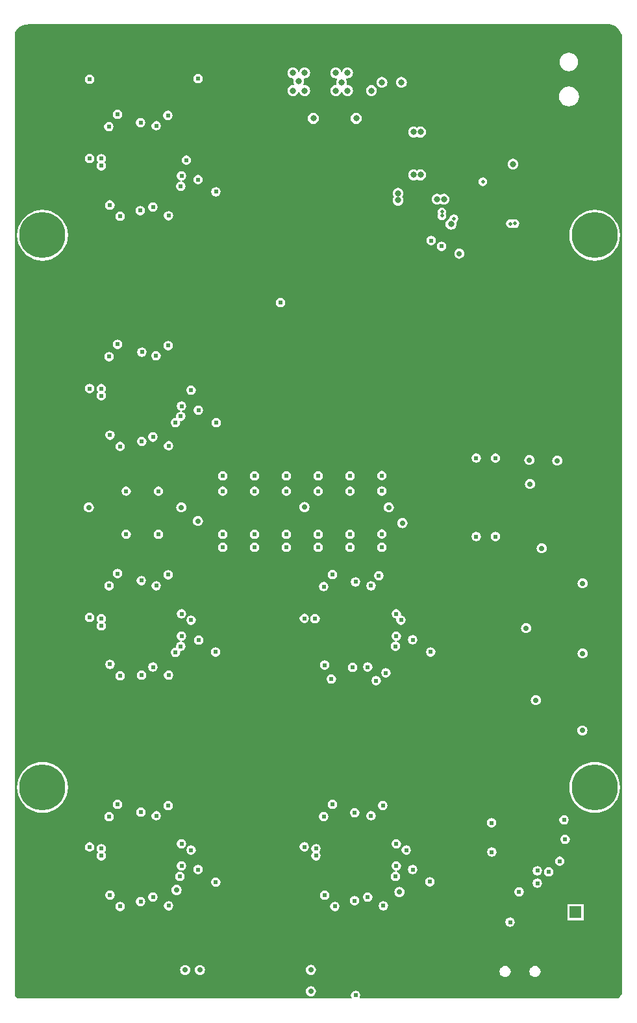
<source format=gbl>
%FSLAX25Y25*%
%MOIN*%
G70*
G01*
G75*
G04 Layer_Physical_Order=4*
G04 Layer_Color=16711680*
%ADD10C,0.03000*%
%ADD11C,0.00800*%
%ADD12C,0.02000*%
%ADD13C,0.01181*%
%ADD14C,0.02362*%
%ADD15C,0.01969*%
%ADD16C,0.01200*%
%ADD17C,0.01500*%
%ADD18C,0.01000*%
%ADD19C,0.01100*%
%ADD20C,0.04000*%
%ADD21C,0.03200*%
%ADD22C,0.03937*%
%ADD23C,0.01575*%
%ADD24C,0.00787*%
%ADD25C,0.00800*%
%ADD26C,0.02000*%
%ADD27C,0.10000*%
%ADD28R,0.05512X0.04331*%
%ADD29R,0.04331X0.10236*%
%ADD30R,0.04331X0.05512*%
%ADD31R,0.03543X0.02756*%
%ADD32R,0.03150X0.03543*%
%ADD33R,0.02756X0.03543*%
%ADD34R,0.02362X0.02362*%
%ADD35R,0.03543X0.03150*%
%ADD36R,0.02362X0.01969*%
%ADD37R,0.03000X0.03000*%
%ADD38C,0.03150*%
%ADD39R,0.10236X0.09449*%
%ADD40R,0.07087X0.06299*%
%ADD41R,0.06299X0.07087*%
%ADD42R,0.01969X0.02362*%
%ADD43C,0.03937*%
%ADD44R,0.22047X0.22047*%
%ADD45O,0.00787X0.05118*%
%ADD46O,0.05118X0.00787*%
%ADD47R,0.06000X0.05000*%
%ADD48R,0.16535X0.12205*%
%ADD49R,0.18504X0.05906*%
%ADD50R,0.02756X0.04528*%
%ADD51R,0.03937X0.07087*%
%ADD52R,0.07480X0.16339*%
%ADD53R,0.09449X0.10236*%
%ADD54R,0.03000X0.03000*%
%ADD55R,0.04331X0.06693*%
%ADD56R,0.02362X0.02362*%
%ADD57R,0.10236X0.04331*%
%ADD58R,0.12205X0.16535*%
%ADD59R,0.05906X0.18504*%
%ADD60R,0.04528X0.02756*%
%ADD61C,0.03000*%
%ADD62R,0.06693X0.04331*%
%ADD63R,0.19488X0.11594*%
%ADD64R,0.01102X0.02756*%
%ADD65R,0.06299X0.09449*%
%ADD66R,0.03347X0.01102*%
%ADD67R,0.08661X0.05512*%
%ADD68R,0.09449X0.11024*%
%ADD69O,0.01575X0.08268*%
%ADD70O,0.01378X0.08268*%
%ADD71R,0.07087X0.05906*%
%ADD72R,0.03937X0.03740*%
%ADD73O,0.04528X0.00787*%
%ADD74O,0.00787X0.04528*%
%ADD75R,0.08268X0.08268*%
%ADD76R,0.02559X0.03543*%
%ADD77R,0.06102X0.04331*%
%ADD78R,0.06102X0.04331*%
%ADD79R,0.06102X0.13583*%
%ADD80R,0.07087X0.03937*%
%ADD81C,0.00780*%
%ADD82R,0.42300X0.07600*%
%ADD83R,0.72700X0.09700*%
%ADD84R,0.46300X0.11900*%
%ADD85R,0.46400X0.11900*%
%ADD86R,0.19500X0.45500*%
%ADD87R,0.60476X0.09600*%
%ADD88C,0.23622*%
%ADD89C,0.25590*%
%ADD90R,0.05906X0.05906*%
%ADD91C,0.05906*%
%ADD92R,0.04724X0.07087*%
%ADD93O,0.05906X0.03937*%
%ADD94C,0.02400*%
%ADD95C,0.02800*%
%ADD96C,0.03200*%
%ADD97C,0.02362*%
%ADD98C,0.01600*%
G36*
X307845Y501983D02*
X309583Y501055D01*
X311105Y499805D01*
X312355Y498283D01*
X313247Y496614D01*
Y308437D01*
Y4362D01*
X312931Y3771D01*
X312118Y2782D01*
X311129Y1969D01*
X310651Y1714D01*
X178768D01*
X178532Y2155D01*
X178743Y2471D01*
X178928Y3400D01*
X178743Y4329D01*
X178217Y5117D01*
X177429Y5643D01*
X176500Y5828D01*
X175571Y5643D01*
X174783Y5117D01*
X174257Y4329D01*
X174072Y3400D01*
X174257Y2471D01*
X174468Y2155D01*
X174232Y1714D01*
X3142D01*
X2334Y2334D01*
X1714Y3142D01*
Y497977D01*
X2117Y498731D01*
X3042Y499858D01*
X4169Y500783D01*
X5454Y501470D01*
X6849Y501893D01*
X7936Y502000D01*
X8286Y502000D01*
D01*
D01*
D01*
D01*
D01*
D01*
Y502000D01*
X8286D01*
X8286D01*
X8290D01*
X8293D01*
D01*
X8293D01*
X8293D01*
D01*
D01*
D01*
D01*
X8298D01*
X8300D01*
D01*
X8300D01*
D01*
D01*
X8300D01*
D01*
D01*
D01*
Y502000D01*
D01*
D01*
Y502000D01*
X8331Y502223D01*
X307056D01*
X307845Y501983D01*
D02*
G37*
%LPC*%
G36*
X174900Y174228D02*
X173971Y174043D01*
X173183Y173517D01*
X172657Y172729D01*
X172472Y171800D01*
X172657Y170871D01*
X173183Y170083D01*
X173971Y169557D01*
X174900Y169372D01*
X175829Y169557D01*
X176617Y170083D01*
X177143Y170871D01*
X177328Y171800D01*
X177143Y172729D01*
X176617Y173517D01*
X175829Y174043D01*
X174900Y174228D01*
D02*
G37*
G36*
X72441Y174441D02*
X71512Y174256D01*
X70724Y173730D01*
X70198Y172942D01*
X70013Y172013D01*
X70198Y171084D01*
X70724Y170297D01*
X71512Y169770D01*
X72441Y169586D01*
X73370Y169770D01*
X74158Y170297D01*
X74684Y171084D01*
X74869Y172013D01*
X74684Y172942D01*
X74158Y173730D01*
X73370Y174256D01*
X72441Y174441D01*
D02*
G37*
G36*
X182677D02*
X181748Y174256D01*
X180961Y173730D01*
X180434Y172942D01*
X180249Y172013D01*
X180434Y171084D01*
X180961Y170297D01*
X181748Y169770D01*
X182677Y169586D01*
X183606Y169770D01*
X184394Y170297D01*
X184920Y171084D01*
X185105Y172013D01*
X184920Y172942D01*
X184394Y173730D01*
X183606Y174256D01*
X182677Y174441D01*
D02*
G37*
G36*
X66600Y170228D02*
X65671Y170043D01*
X64883Y169517D01*
X64357Y168729D01*
X64172Y167800D01*
X64357Y166871D01*
X64883Y166083D01*
X65671Y165557D01*
X66600Y165372D01*
X67529Y165557D01*
X68317Y166083D01*
X68843Y166871D01*
X69028Y167800D01*
X68843Y168729D01*
X68317Y169517D01*
X67529Y170043D01*
X66600Y170228D01*
D02*
G37*
G36*
X80500Y170328D02*
X79571Y170143D01*
X78783Y169617D01*
X78257Y168829D01*
X78072Y167900D01*
X78257Y166971D01*
X78783Y166183D01*
X79571Y165657D01*
X80500Y165472D01*
X81429Y165657D01*
X82217Y166183D01*
X82743Y166971D01*
X82928Y167900D01*
X82743Y168829D01*
X82217Y169617D01*
X81429Y170143D01*
X80500Y170328D01*
D02*
G37*
G36*
X192000Y171428D02*
X191071Y171243D01*
X190283Y170717D01*
X189757Y169929D01*
X189572Y169000D01*
X189757Y168071D01*
X190283Y167283D01*
X191071Y166757D01*
X192000Y166572D01*
X192929Y166757D01*
X193717Y167283D01*
X194243Y168071D01*
X194428Y169000D01*
X194243Y169929D01*
X193717Y170717D01*
X192929Y171243D01*
X192000Y171428D01*
D02*
G37*
G36*
X104561Y182128D02*
X103632Y181943D01*
X102844Y181417D01*
X102318Y180629D01*
X102133Y179700D01*
X102318Y178771D01*
X102844Y177983D01*
X103632Y177457D01*
X104561Y177272D01*
X105490Y177457D01*
X106277Y177983D01*
X106804Y178771D01*
X106988Y179700D01*
X106804Y180629D01*
X106277Y181417D01*
X105490Y181943D01*
X104561Y182128D01*
D02*
G37*
G36*
X215000D02*
X214071Y181943D01*
X213283Y181417D01*
X212757Y180629D01*
X212572Y179700D01*
X212757Y178771D01*
X213283Y177983D01*
X214071Y177457D01*
X215000Y177272D01*
X215929Y177457D01*
X216717Y177983D01*
X217243Y178771D01*
X217428Y179700D01*
X217243Y180629D01*
X216717Y181417D01*
X215929Y181943D01*
X215000Y182128D01*
D02*
G37*
G36*
X197365Y190341D02*
X196436Y190156D01*
X195649Y189630D01*
X195122Y188842D01*
X194938Y187913D01*
X195122Y186984D01*
X195649Y186197D01*
X196436Y185670D01*
X196865Y185585D01*
Y185085D01*
X196036Y184920D01*
X195249Y184394D01*
X194722Y183606D01*
X194538Y182677D01*
X194722Y181748D01*
X195249Y180961D01*
X196036Y180434D01*
X196965Y180249D01*
X197894Y180434D01*
X198682Y180961D01*
X199208Y181748D01*
X199393Y182677D01*
X199208Y183606D01*
X198682Y184394D01*
X197894Y184920D01*
X197465Y185005D01*
Y185505D01*
X198294Y185670D01*
X199082Y186197D01*
X199608Y186984D01*
X199793Y187913D01*
X199608Y188842D01*
X199082Y189630D01*
X198294Y190156D01*
X197365Y190341D01*
D02*
G37*
G36*
X160636Y175428D02*
X159707Y175243D01*
X158920Y174717D01*
X158393Y173929D01*
X158209Y173000D01*
X158393Y172071D01*
X158920Y171283D01*
X159707Y170757D01*
X160636Y170572D01*
X161565Y170757D01*
X162353Y171283D01*
X162879Y172071D01*
X163064Y173000D01*
X162879Y173929D01*
X162353Y174717D01*
X161565Y175243D01*
X160636Y175428D01*
D02*
G37*
G36*
X50400Y175828D02*
X49471Y175643D01*
X48683Y175117D01*
X48157Y174329D01*
X47972Y173400D01*
X48157Y172471D01*
X48683Y171683D01*
X49471Y171157D01*
X50400Y170972D01*
X51329Y171157D01*
X52117Y171683D01*
X52643Y172471D01*
X52828Y173400D01*
X52643Y174329D01*
X52117Y175117D01*
X51329Y175643D01*
X50400Y175828D01*
D02*
G37*
G36*
X293000Y181603D02*
X292326Y181515D01*
X291698Y181255D01*
X291159Y180841D01*
X290745Y180302D01*
X290485Y179674D01*
X290397Y179000D01*
X290485Y178326D01*
X290745Y177698D01*
X291159Y177159D01*
X291698Y176745D01*
X292326Y176485D01*
X293000Y176397D01*
X293674Y176485D01*
X294302Y176745D01*
X294841Y177159D01*
X295255Y177698D01*
X295515Y178326D01*
X295603Y179000D01*
X295515Y179674D01*
X295255Y180302D01*
X294841Y180841D01*
X294302Y181255D01*
X293674Y181515D01*
X293000Y181603D01*
D02*
G37*
G36*
X80200Y103317D02*
X79271Y103133D01*
X78483Y102606D01*
X77957Y101819D01*
X77772Y100890D01*
X77957Y99961D01*
X78483Y99173D01*
X79271Y98647D01*
X80200Y98462D01*
X81129Y98647D01*
X81917Y99173D01*
X82443Y99961D01*
X82628Y100890D01*
X82443Y101819D01*
X81917Y102606D01*
X81129Y103133D01*
X80200Y103317D01*
D02*
G37*
G36*
X190436D02*
X189507Y103133D01*
X188719Y102606D01*
X188193Y101819D01*
X188008Y100890D01*
X188193Y99961D01*
X188719Y99173D01*
X189507Y98647D01*
X190436Y98462D01*
X191365Y98647D01*
X192153Y99173D01*
X192679Y99961D01*
X192864Y100890D01*
X192679Y101819D01*
X192153Y102606D01*
X191365Y103133D01*
X190436Y103317D01*
D02*
G37*
G36*
X54300Y103918D02*
X53371Y103733D01*
X52583Y103206D01*
X52057Y102419D01*
X51872Y101490D01*
X52057Y100561D01*
X52583Y99773D01*
X53371Y99247D01*
X54300Y99062D01*
X55229Y99247D01*
X56017Y99773D01*
X56543Y100561D01*
X56728Y101490D01*
X56543Y102419D01*
X56017Y103206D01*
X55229Y103733D01*
X54300Y103918D01*
D02*
G37*
G36*
X66200Y100028D02*
X65271Y99843D01*
X64483Y99317D01*
X63957Y98529D01*
X63772Y97600D01*
X63957Y96671D01*
X64483Y95883D01*
X65271Y95357D01*
X66200Y95172D01*
X67129Y95357D01*
X67917Y95883D01*
X68443Y96671D01*
X68628Y97600D01*
X68443Y98529D01*
X67917Y99317D01*
X67129Y99843D01*
X66200Y100028D01*
D02*
G37*
G36*
X15748Y123268D02*
X13709Y123108D01*
X11721Y122631D01*
X9832Y121848D01*
X8088Y120780D01*
X6533Y119451D01*
X5205Y117896D01*
X4136Y116153D01*
X3354Y114263D01*
X2876Y112275D01*
X2716Y110236D01*
X2876Y108197D01*
X3354Y106209D01*
X4136Y104320D01*
X5205Y102576D01*
X6533Y101021D01*
X8088Y99693D01*
X9832Y98624D01*
X11721Y97842D01*
X13709Y97364D01*
X15748Y97204D01*
X17787Y97364D01*
X19775Y97842D01*
X21665Y98624D01*
X23408Y99693D01*
X24963Y101021D01*
X26291Y102576D01*
X27360Y104320D01*
X28142Y106209D01*
X28620Y108197D01*
X28780Y110236D01*
X28620Y112275D01*
X28142Y114263D01*
X27360Y116153D01*
X26291Y117896D01*
X24963Y119451D01*
X23408Y120780D01*
X21665Y121848D01*
X19775Y122631D01*
X17787Y123108D01*
X15748Y123268D01*
D02*
G37*
G36*
X299213D02*
X297174Y123108D01*
X295185Y122631D01*
X293296Y121848D01*
X291552Y120780D01*
X289997Y119451D01*
X288669Y117896D01*
X287601Y116153D01*
X286818Y114263D01*
X286341Y112275D01*
X286180Y110236D01*
X286341Y108197D01*
X286818Y106209D01*
X287601Y104320D01*
X288669Y102576D01*
X289997Y101021D01*
X291552Y99693D01*
X293296Y98624D01*
X295185Y97842D01*
X297174Y97364D01*
X299213Y97204D01*
X301251Y97364D01*
X303240Y97842D01*
X305129Y98624D01*
X306873Y99693D01*
X308428Y101021D01*
X309756Y102576D01*
X310824Y104320D01*
X311607Y106209D01*
X312084Y108197D01*
X312245Y110236D01*
X312084Y112275D01*
X311607Y114263D01*
X310824Y116153D01*
X309756Y117896D01*
X308428Y119451D01*
X306873Y120780D01*
X305129Y121848D01*
X303240Y122631D01*
X301251Y123108D01*
X299213Y123268D01*
D02*
G37*
G36*
X187000Y167428D02*
X186071Y167243D01*
X185283Y166717D01*
X184757Y165929D01*
X184572Y165000D01*
X184757Y164071D01*
X185283Y163283D01*
X186071Y162757D01*
X187000Y162572D01*
X187929Y162757D01*
X188717Y163283D01*
X189243Y164071D01*
X189428Y165000D01*
X189243Y165929D01*
X188717Y166717D01*
X187929Y167243D01*
X187000Y167428D01*
D02*
G37*
G36*
X164000Y168328D02*
X163071Y168143D01*
X162283Y167617D01*
X161757Y166829D01*
X161572Y165900D01*
X161757Y164971D01*
X162283Y164183D01*
X163071Y163657D01*
X164000Y163472D01*
X164929Y163657D01*
X165717Y164183D01*
X166243Y164971D01*
X166428Y165900D01*
X166243Y166829D01*
X165717Y167617D01*
X164929Y168143D01*
X164000Y168328D01*
D02*
G37*
G36*
X55600Y170028D02*
X54671Y169843D01*
X53883Y169317D01*
X53357Y168529D01*
X53172Y167600D01*
X53357Y166671D01*
X53883Y165883D01*
X54671Y165357D01*
X55600Y165172D01*
X56529Y165357D01*
X57317Y165883D01*
X57843Y166671D01*
X58028Y167600D01*
X57843Y168529D01*
X57317Y169317D01*
X56529Y169843D01*
X55600Y170028D01*
D02*
G37*
G36*
X164536Y103918D02*
X163607Y103733D01*
X162820Y103206D01*
X162293Y102419D01*
X162109Y101490D01*
X162293Y100561D01*
X162820Y99773D01*
X163607Y99247D01*
X164536Y99062D01*
X165465Y99247D01*
X166253Y99773D01*
X166779Y100561D01*
X166964Y101490D01*
X166779Y102419D01*
X166253Y103206D01*
X165465Y103733D01*
X164536Y103918D01*
D02*
G37*
G36*
X292900Y142003D02*
X292226Y141915D01*
X291598Y141655D01*
X291059Y141241D01*
X290645Y140702D01*
X290385Y140074D01*
X290297Y139400D01*
X290385Y138726D01*
X290645Y138098D01*
X291059Y137559D01*
X291598Y137145D01*
X292226Y136885D01*
X292900Y136797D01*
X293574Y136885D01*
X294202Y137145D01*
X294741Y137559D01*
X295155Y138098D01*
X295415Y138726D01*
X295503Y139400D01*
X295415Y140074D01*
X295155Y140702D01*
X294741Y141241D01*
X294202Y141655D01*
X293574Y141915D01*
X292900Y142003D01*
D02*
G37*
G36*
X269000Y157603D02*
X268326Y157515D01*
X267698Y157255D01*
X267159Y156841D01*
X266745Y156302D01*
X266485Y155674D01*
X266397Y155000D01*
X266485Y154326D01*
X266745Y153698D01*
X267159Y153159D01*
X267698Y152745D01*
X268326Y152485D01*
X269000Y152397D01*
X269674Y152485D01*
X270302Y152745D01*
X270841Y153159D01*
X271255Y153698D01*
X271515Y154326D01*
X271603Y155000D01*
X271515Y155674D01*
X271255Y156302D01*
X270841Y156841D01*
X270302Y157255D01*
X269674Y157515D01*
X269000Y157603D01*
D02*
G37*
G36*
X293000Y217603D02*
X292326Y217515D01*
X291698Y217255D01*
X291159Y216841D01*
X290745Y216302D01*
X290485Y215674D01*
X290397Y215000D01*
X290485Y214326D01*
X290745Y213698D01*
X291159Y213159D01*
X291698Y212745D01*
X292326Y212485D01*
X293000Y212397D01*
X293674Y212485D01*
X294302Y212745D01*
X294841Y213159D01*
X295255Y213698D01*
X295515Y214326D01*
X295603Y215000D01*
X295515Y215674D01*
X295255Y216302D01*
X294841Y216841D01*
X294302Y217255D01*
X293674Y217515D01*
X293000Y217603D01*
D02*
G37*
G36*
X176436Y218138D02*
X175507Y217953D01*
X174720Y217427D01*
X174193Y216639D01*
X174009Y215710D01*
X174193Y214781D01*
X174720Y213994D01*
X175507Y213467D01*
X176436Y213282D01*
X177365Y213467D01*
X178153Y213994D01*
X178679Y214781D01*
X178864Y215710D01*
X178679Y216639D01*
X178153Y217427D01*
X177365Y217953D01*
X176436Y218138D01*
D02*
G37*
G36*
X66500Y218828D02*
X65571Y218643D01*
X64783Y218117D01*
X64257Y217329D01*
X64072Y216400D01*
X64257Y215471D01*
X64783Y214683D01*
X65571Y214157D01*
X66500Y213972D01*
X67429Y214157D01*
X68217Y214683D01*
X68743Y215471D01*
X68928Y216400D01*
X68743Y217329D01*
X68217Y218117D01*
X67429Y218643D01*
X66500Y218828D01*
D02*
G37*
G36*
X49900Y216128D02*
X48971Y215943D01*
X48183Y215417D01*
X47657Y214629D01*
X47472Y213700D01*
X47657Y212771D01*
X48183Y211983D01*
X48971Y211457D01*
X49900Y211272D01*
X50829Y211457D01*
X51617Y211983D01*
X52143Y212771D01*
X52328Y213700D01*
X52143Y214629D01*
X51617Y215417D01*
X50829Y215943D01*
X49900Y216128D01*
D02*
G37*
G36*
X74142Y216155D02*
X73213Y215970D01*
X72425Y215443D01*
X71899Y214656D01*
X71714Y213727D01*
X71899Y212798D01*
X72425Y212010D01*
X73213Y211484D01*
X74142Y211299D01*
X75071Y211484D01*
X75858Y212010D01*
X76385Y212798D01*
X76569Y213727D01*
X76385Y214656D01*
X75858Y215443D01*
X75071Y215970D01*
X74142Y216155D01*
D02*
G37*
G36*
X184378D02*
X183449Y215970D01*
X182661Y215443D01*
X182135Y214656D01*
X181950Y213727D01*
X182135Y212798D01*
X182661Y212010D01*
X183449Y211484D01*
X184378Y211299D01*
X185307Y211484D01*
X186095Y212010D01*
X186621Y212798D01*
X186806Y213727D01*
X186621Y214656D01*
X186095Y215443D01*
X185307Y215970D01*
X184378Y216155D01*
D02*
G37*
G36*
X54300Y222428D02*
X53371Y222243D01*
X52583Y221717D01*
X52057Y220929D01*
X51872Y220000D01*
X52057Y219071D01*
X52583Y218283D01*
X53371Y217757D01*
X54300Y217572D01*
X55229Y217757D01*
X56017Y218283D01*
X56543Y219071D01*
X56728Y220000D01*
X56543Y220929D01*
X56017Y221717D01*
X55229Y222243D01*
X54300Y222428D01*
D02*
G37*
G36*
X272000Y235603D02*
X271326Y235515D01*
X270698Y235255D01*
X270159Y234841D01*
X269745Y234302D01*
X269485Y233674D01*
X269397Y233000D01*
X269485Y232326D01*
X269745Y231698D01*
X270159Y231159D01*
X270698Y230745D01*
X271326Y230485D01*
X272000Y230397D01*
X272674Y230485D01*
X273302Y230745D01*
X273841Y231159D01*
X274255Y231698D01*
X274515Y232326D01*
X274603Y233000D01*
X274515Y233674D01*
X274255Y234302D01*
X273841Y234841D01*
X273302Y235255D01*
X272674Y235515D01*
X272000Y235603D01*
D02*
G37*
G36*
X108286Y235928D02*
X107357Y235743D01*
X106569Y235217D01*
X106043Y234429D01*
X105858Y233500D01*
X106043Y232571D01*
X106569Y231783D01*
X107357Y231257D01*
X108286Y231072D01*
X109215Y231257D01*
X110002Y231783D01*
X110529Y232571D01*
X110714Y233500D01*
X110529Y234429D01*
X110002Y235217D01*
X109215Y235743D01*
X108286Y235928D01*
D02*
G37*
G36*
X188400Y221328D02*
X187471Y221143D01*
X186683Y220617D01*
X186157Y219829D01*
X185972Y218900D01*
X186157Y217971D01*
X186683Y217183D01*
X187471Y216657D01*
X188400Y216472D01*
X189329Y216657D01*
X190117Y217183D01*
X190643Y217971D01*
X190828Y218900D01*
X190643Y219829D01*
X190117Y220617D01*
X189329Y221143D01*
X188400Y221328D01*
D02*
G37*
G36*
X80200Y221828D02*
X79271Y221643D01*
X78483Y221117D01*
X77957Y220329D01*
X77772Y219400D01*
X77957Y218471D01*
X78483Y217683D01*
X79271Y217157D01*
X80200Y216972D01*
X81129Y217157D01*
X81917Y217683D01*
X82443Y218471D01*
X82628Y219400D01*
X82443Y220329D01*
X81917Y221117D01*
X81129Y221643D01*
X80200Y221828D01*
D02*
G37*
G36*
X164536Y222028D02*
X163607Y221843D01*
X162820Y221317D01*
X162293Y220529D01*
X162109Y219600D01*
X162293Y218671D01*
X162820Y217883D01*
X163607Y217357D01*
X164536Y217172D01*
X165465Y217357D01*
X166253Y217883D01*
X166779Y218671D01*
X166964Y219600D01*
X166779Y220529D01*
X166253Y221317D01*
X165465Y221843D01*
X164536Y222028D01*
D02*
G37*
G36*
X264000Y194603D02*
X263326Y194515D01*
X262698Y194255D01*
X262159Y193841D01*
X261745Y193302D01*
X261485Y192674D01*
X261397Y192000D01*
X261485Y191326D01*
X261745Y190698D01*
X262159Y190159D01*
X262698Y189745D01*
X263326Y189485D01*
X264000Y189397D01*
X264674Y189485D01*
X265302Y189745D01*
X265841Y190159D01*
X266255Y190698D01*
X266515Y191326D01*
X266603Y192000D01*
X266515Y192674D01*
X266255Y193302D01*
X265841Y193841D01*
X265302Y194255D01*
X264674Y194515D01*
X264000Y194603D01*
D02*
G37*
G36*
X45929Y199291D02*
X45000Y199106D01*
X44212Y198580D01*
X43686Y197792D01*
X43501Y196863D01*
X43686Y195934D01*
X44212Y195147D01*
Y194930D01*
X43686Y194142D01*
X43501Y193213D01*
X43686Y192284D01*
X44212Y191497D01*
X45000Y190970D01*
X45929Y190786D01*
X46858Y190970D01*
X47646Y191497D01*
X48172Y192284D01*
X48357Y193213D01*
X48172Y194142D01*
X47646Y194930D01*
Y195147D01*
X48172Y195934D01*
X48357Y196863D01*
X48172Y197792D01*
X47646Y198580D01*
X46858Y199106D01*
X45929Y199291D01*
D02*
G37*
G36*
X197365Y201741D02*
X196436Y201556D01*
X195649Y201030D01*
X195122Y200242D01*
X194938Y199313D01*
X195122Y198384D01*
X195649Y197597D01*
X196436Y197070D01*
X197145Y196929D01*
X197423Y196514D01*
X197338Y196083D01*
X197522Y195155D01*
X198049Y194367D01*
X198836Y193841D01*
X199765Y193656D01*
X200694Y193841D01*
X201482Y194367D01*
X202008Y195155D01*
X202193Y196083D01*
X202008Y197013D01*
X201482Y197800D01*
X200694Y198327D01*
X199765Y198511D01*
X199655Y198621D01*
X199793Y199313D01*
X199608Y200242D01*
X199082Y201030D01*
X198294Y201556D01*
X197365Y201741D01*
D02*
G37*
G36*
X87129Y190341D02*
X86200Y190156D01*
X85413Y189630D01*
X84886Y188842D01*
X84701Y187913D01*
X84886Y186984D01*
X85413Y186197D01*
X86200Y185670D01*
X86629Y185585D01*
Y185085D01*
X85800Y184920D01*
X85013Y184394D01*
X84486Y183606D01*
X84301Y182677D01*
X84381Y182276D01*
X84028Y181922D01*
X84000Y181928D01*
X83071Y181743D01*
X82283Y181217D01*
X81757Y180429D01*
X81572Y179500D01*
X81757Y178571D01*
X82283Y177783D01*
X83071Y177257D01*
X84000Y177072D01*
X84929Y177257D01*
X85717Y177783D01*
X86243Y178571D01*
X86428Y179500D01*
X86348Y179901D01*
X86702Y180255D01*
X86729Y180249D01*
X87658Y180434D01*
X88446Y180961D01*
X88972Y181748D01*
X89157Y182677D01*
X88972Y183606D01*
X88446Y184394D01*
X87658Y184920D01*
X87229Y185005D01*
Y185505D01*
X88058Y185670D01*
X88846Y186197D01*
X89372Y186984D01*
X89557Y187913D01*
X89372Y188842D01*
X88846Y189630D01*
X88058Y190156D01*
X87129Y190341D01*
D02*
G37*
G36*
X95900Y188328D02*
X94971Y188143D01*
X94183Y187617D01*
X93657Y186829D01*
X93472Y185900D01*
X93657Y184971D01*
X94183Y184183D01*
X94971Y183657D01*
X95900Y183472D01*
X96829Y183657D01*
X97617Y184183D01*
X98143Y184971D01*
X98328Y185900D01*
X98143Y186829D01*
X97617Y187617D01*
X96829Y188143D01*
X95900Y188328D01*
D02*
G37*
G36*
X205787Y188428D02*
X204857Y188243D01*
X204070Y187717D01*
X203544Y186929D01*
X203359Y186000D01*
X203544Y185071D01*
X204070Y184283D01*
X204857Y183757D01*
X205787Y183572D01*
X206716Y183757D01*
X207503Y184283D01*
X208030Y185071D01*
X208214Y186000D01*
X208030Y186929D01*
X207503Y187717D01*
X206716Y188243D01*
X205787Y188428D01*
D02*
G37*
G36*
X39919Y199928D02*
X38990Y199743D01*
X38203Y199217D01*
X37677Y198429D01*
X37492Y197500D01*
X37677Y196571D01*
X38203Y195783D01*
X38990Y195257D01*
X39919Y195072D01*
X40848Y195257D01*
X41636Y195783D01*
X42162Y196571D01*
X42347Y197500D01*
X42162Y198429D01*
X41636Y199217D01*
X40848Y199743D01*
X39919Y199928D01*
D02*
G37*
G36*
X87129Y201741D02*
X86200Y201556D01*
X85413Y201030D01*
X84886Y200242D01*
X84701Y199313D01*
X84886Y198384D01*
X85413Y197597D01*
X86200Y197070D01*
X87129Y196886D01*
X88058Y197070D01*
X88846Y197597D01*
X89372Y198384D01*
X89557Y199313D01*
X89372Y200242D01*
X88846Y201030D01*
X88058Y201556D01*
X87129Y201741D01*
D02*
G37*
G36*
X160136Y215728D02*
X159207Y215543D01*
X158420Y215017D01*
X157893Y214229D01*
X157709Y213300D01*
X157893Y212371D01*
X158420Y211583D01*
X159207Y211057D01*
X160136Y210872D01*
X161065Y211057D01*
X161853Y211583D01*
X162379Y212371D01*
X162564Y213300D01*
X162379Y214229D01*
X161853Y215017D01*
X161065Y215543D01*
X160136Y215728D01*
D02*
G37*
G36*
X92000Y198528D02*
X91071Y198343D01*
X90283Y197817D01*
X89757Y197029D01*
X89572Y196100D01*
X89757Y195171D01*
X90283Y194383D01*
X91071Y193857D01*
X92000Y193672D01*
X92929Y193857D01*
X93717Y194383D01*
X94243Y195171D01*
X94428Y196100D01*
X94243Y197029D01*
X93717Y197817D01*
X92929Y198343D01*
X92000Y198528D01*
D02*
G37*
G36*
X155665Y199291D02*
X154736Y199106D01*
X153949Y198580D01*
X153422Y197792D01*
X153238Y196863D01*
X153422Y195934D01*
X153949Y195147D01*
X154736Y194620D01*
X155665Y194436D01*
X156594Y194620D01*
X157382Y195147D01*
X157908Y195934D01*
X158093Y196863D01*
X157908Y197792D01*
X157382Y198580D01*
X156594Y199106D01*
X155665Y199291D01*
D02*
G37*
G36*
X150175Y199393D02*
X149246Y199208D01*
X148458Y198682D01*
X147932Y197895D01*
X147747Y196966D01*
X147932Y196036D01*
X148458Y195249D01*
X149246Y194722D01*
X150175Y194538D01*
X151104Y194722D01*
X151891Y195249D01*
X152418Y196036D01*
X152603Y196966D01*
X152418Y197895D01*
X151891Y198682D01*
X151104Y199208D01*
X150175Y199393D01*
D02*
G37*
G36*
X176000Y99628D02*
X175071Y99443D01*
X174283Y98917D01*
X173757Y98129D01*
X173572Y97200D01*
X173757Y96271D01*
X174283Y95483D01*
X175071Y94957D01*
X176000Y94772D01*
X176929Y94957D01*
X177717Y95483D01*
X178243Y96271D01*
X178428Y97200D01*
X178243Y98129D01*
X177717Y98917D01*
X176929Y99443D01*
X176000Y99628D01*
D02*
G37*
G36*
X182677Y56331D02*
X181748Y56146D01*
X180961Y55620D01*
X180434Y54832D01*
X180249Y53903D01*
X180434Y52974D01*
X180961Y52187D01*
X181748Y51660D01*
X182677Y51475D01*
X183606Y51660D01*
X184394Y52187D01*
X184920Y52974D01*
X185105Y53903D01*
X184920Y54832D01*
X184394Y55620D01*
X183606Y56146D01*
X182677Y56331D01*
D02*
G37*
G36*
X50400Y57318D02*
X49471Y57133D01*
X48683Y56606D01*
X48157Y55819D01*
X47972Y54890D01*
X48157Y53961D01*
X48683Y53173D01*
X49471Y52647D01*
X50400Y52462D01*
X51329Y52647D01*
X52117Y53173D01*
X52643Y53961D01*
X52828Y54890D01*
X52643Y55819D01*
X52117Y56606D01*
X51329Y57133D01*
X50400Y57318D01*
D02*
G37*
G36*
X160636D02*
X159707Y57133D01*
X158920Y56606D01*
X158393Y55819D01*
X158209Y54890D01*
X158393Y53961D01*
X158920Y53173D01*
X159707Y52647D01*
X160636Y52462D01*
X161565Y52647D01*
X162353Y53173D01*
X162879Y53961D01*
X163064Y54890D01*
X162879Y55819D01*
X162353Y56606D01*
X161565Y57133D01*
X160636Y57318D01*
D02*
G37*
G36*
X66100Y53928D02*
X65171Y53743D01*
X64383Y53217D01*
X63857Y52429D01*
X63672Y51500D01*
X63857Y50571D01*
X64383Y49783D01*
X65171Y49257D01*
X66100Y49072D01*
X67029Y49257D01*
X67817Y49783D01*
X68343Y50571D01*
X68528Y51500D01*
X68343Y52429D01*
X67817Y53217D01*
X67029Y53743D01*
X66100Y53928D01*
D02*
G37*
G36*
X175900Y54428D02*
X174971Y54243D01*
X174183Y53717D01*
X173657Y52929D01*
X173472Y52000D01*
X173657Y51071D01*
X174183Y50283D01*
X174971Y49757D01*
X175900Y49572D01*
X176829Y49757D01*
X177617Y50283D01*
X178143Y51071D01*
X178328Y52000D01*
X178143Y52929D01*
X177617Y53717D01*
X176829Y54243D01*
X175900Y54428D01*
D02*
G37*
G36*
X72441Y56331D02*
X71512Y56146D01*
X70724Y55620D01*
X70198Y54832D01*
X70013Y53903D01*
X70198Y52974D01*
X70724Y52187D01*
X71512Y51660D01*
X72441Y51475D01*
X73370Y51660D01*
X74158Y52187D01*
X74684Y52974D01*
X74869Y53903D01*
X74684Y54832D01*
X74158Y55620D01*
X73370Y56146D01*
X72441Y56331D01*
D02*
G37*
G36*
X269800Y63428D02*
X268871Y63243D01*
X268083Y62717D01*
X267557Y61929D01*
X267372Y61000D01*
X267557Y60071D01*
X268083Y59283D01*
X268871Y58757D01*
X269800Y58572D01*
X270729Y58757D01*
X271517Y59283D01*
X272043Y60071D01*
X272228Y61000D01*
X272043Y61929D01*
X271517Y62717D01*
X270729Y63243D01*
X269800Y63428D01*
D02*
G37*
G36*
X104700Y64028D02*
X103771Y63843D01*
X102983Y63317D01*
X102457Y62529D01*
X102272Y61600D01*
X102457Y60671D01*
X102983Y59883D01*
X103771Y59357D01*
X104700Y59172D01*
X105629Y59357D01*
X106417Y59883D01*
X106943Y60671D01*
X107128Y61600D01*
X106943Y62529D01*
X106417Y63317D01*
X105629Y63843D01*
X104700Y64028D01*
D02*
G37*
G36*
X214600Y64128D02*
X213671Y63943D01*
X212883Y63417D01*
X212357Y62629D01*
X212172Y61700D01*
X212357Y60771D01*
X212883Y59983D01*
X213671Y59457D01*
X214600Y59272D01*
X215529Y59457D01*
X216317Y59983D01*
X216843Y60771D01*
X217028Y61700D01*
X216843Y62629D01*
X216317Y63417D01*
X215529Y63943D01*
X214600Y64128D01*
D02*
G37*
G36*
X199000Y59103D02*
X198326Y59015D01*
X197698Y58755D01*
X197159Y58341D01*
X196745Y57802D01*
X196485Y57174D01*
X196397Y56500D01*
X196485Y55826D01*
X196745Y55198D01*
X197159Y54659D01*
X197698Y54245D01*
X198326Y53985D01*
X199000Y53897D01*
X199674Y53985D01*
X200302Y54245D01*
X200841Y54659D01*
X201255Y55198D01*
X201515Y55826D01*
X201603Y56500D01*
X201515Y57174D01*
X201255Y57802D01*
X200841Y58341D01*
X200302Y58755D01*
X199674Y59015D01*
X199000Y59103D01*
D02*
G37*
G36*
X260400Y59028D02*
X259471Y58843D01*
X258683Y58317D01*
X258157Y57529D01*
X257972Y56600D01*
X258157Y55671D01*
X258683Y54883D01*
X259471Y54357D01*
X260400Y54172D01*
X261329Y54357D01*
X262117Y54883D01*
X262643Y55671D01*
X262828Y56600D01*
X262643Y57529D01*
X262117Y58317D01*
X261329Y58843D01*
X260400Y59028D01*
D02*
G37*
G36*
X84519Y60123D02*
X83846Y60034D01*
X83218Y59774D01*
X82679Y59360D01*
X82265Y58821D01*
X82005Y58193D01*
X81916Y57519D01*
X82005Y56846D01*
X82265Y56218D01*
X82679Y55678D01*
X83218Y55265D01*
X83846Y55005D01*
X84519Y54916D01*
X85193Y55005D01*
X85821Y55265D01*
X86360Y55678D01*
X86774Y56218D01*
X87034Y56846D01*
X87123Y57519D01*
X87034Y58193D01*
X86774Y58821D01*
X86360Y59360D01*
X85821Y59774D01*
X85193Y60034D01*
X84519Y60123D01*
D02*
G37*
G36*
X89000Y19032D02*
X88326Y18944D01*
X87698Y18684D01*
X87159Y18270D01*
X86745Y17731D01*
X86485Y17103D01*
X86397Y16429D01*
X86485Y15755D01*
X86745Y15127D01*
X87159Y14588D01*
X87698Y14174D01*
X88326Y13914D01*
X89000Y13826D01*
X89674Y13914D01*
X90302Y14174D01*
X90841Y14588D01*
X91255Y15127D01*
X91515Y15755D01*
X91603Y16429D01*
X91515Y17103D01*
X91255Y17731D01*
X90841Y18270D01*
X90302Y18684D01*
X89674Y18944D01*
X89000Y19032D01*
D02*
G37*
G36*
X96571D02*
X95897Y18944D01*
X95269Y18684D01*
X94730Y18270D01*
X94317Y17731D01*
X94056Y17103D01*
X93968Y16429D01*
X94056Y15755D01*
X94317Y15127D01*
X94730Y14588D01*
X95269Y14174D01*
X95897Y13914D01*
X96571Y13826D01*
X97245Y13914D01*
X97873Y14174D01*
X98412Y14588D01*
X98826Y15127D01*
X99086Y15755D01*
X99174Y16429D01*
X99086Y17103D01*
X98826Y17731D01*
X98412Y18270D01*
X97873Y18684D01*
X97245Y18944D01*
X96571Y19032D01*
D02*
G37*
G36*
X153500Y19103D02*
X152826Y19015D01*
X152198Y18755D01*
X151659Y18341D01*
X151245Y17802D01*
X150985Y17174D01*
X150897Y16500D01*
X150985Y15826D01*
X151245Y15198D01*
X151659Y14659D01*
X152198Y14245D01*
X152826Y13985D01*
X153500Y13897D01*
X154174Y13985D01*
X154802Y14245D01*
X155341Y14659D01*
X155755Y15198D01*
X156015Y15826D01*
X156103Y16500D01*
X156015Y17174D01*
X155755Y17802D01*
X155341Y18341D01*
X154802Y18755D01*
X154174Y19015D01*
X153500Y19103D01*
D02*
G37*
G36*
Y8103D02*
X152826Y8015D01*
X152198Y7755D01*
X151659Y7341D01*
X151245Y6802D01*
X150985Y6174D01*
X150897Y5500D01*
X150985Y4826D01*
X151245Y4198D01*
X151659Y3659D01*
X152198Y3245D01*
X152826Y2985D01*
X153500Y2897D01*
X154174Y2985D01*
X154802Y3245D01*
X155341Y3659D01*
X155755Y4198D01*
X156015Y4826D01*
X156103Y5500D01*
X156015Y6174D01*
X155755Y6802D01*
X155341Y7341D01*
X154802Y7755D01*
X154174Y8015D01*
X153500Y8103D01*
D02*
G37*
G36*
X253223Y18536D02*
X252478Y18438D01*
X251783Y18150D01*
X251187Y17692D01*
X250730Y17096D01*
X250442Y16402D01*
X250344Y15657D01*
X250442Y14912D01*
X250730Y14217D01*
X251187Y13621D01*
X251783Y13163D01*
X252478Y12876D01*
X253223Y12778D01*
X253968Y12876D01*
X254662Y13163D01*
X255259Y13621D01*
X255716Y14217D01*
X256004Y14912D01*
X256102Y15657D01*
X256004Y16402D01*
X255716Y17096D01*
X255259Y17692D01*
X254662Y18150D01*
X253968Y18438D01*
X253223Y18536D01*
D02*
G37*
G36*
X268577D02*
X267832Y18438D01*
X267138Y18150D01*
X266541Y17692D01*
X266084Y17096D01*
X265796Y16402D01*
X265698Y15657D01*
X265796Y14912D01*
X266084Y14217D01*
X266541Y13621D01*
X267138Y13163D01*
X267832Y12876D01*
X268577Y12778D01*
X269322Y12876D01*
X270017Y13163D01*
X270613Y13621D01*
X271070Y14217D01*
X271358Y14912D01*
X271456Y15657D01*
X271358Y16402D01*
X271070Y17096D01*
X270613Y17692D01*
X270017Y18150D01*
X269322Y18438D01*
X268577Y18536D01*
D02*
G37*
G36*
X165836Y51517D02*
X164907Y51333D01*
X164120Y50806D01*
X163593Y50019D01*
X163409Y49090D01*
X163593Y48161D01*
X164120Y47373D01*
X164907Y46847D01*
X165836Y46662D01*
X166765Y46847D01*
X167553Y47373D01*
X168079Y48161D01*
X168264Y49090D01*
X168079Y50019D01*
X167553Y50806D01*
X166765Y51333D01*
X165836Y51517D01*
D02*
G37*
G36*
X80500Y51818D02*
X79571Y51633D01*
X78783Y51106D01*
X78257Y50319D01*
X78072Y49390D01*
X78257Y48461D01*
X78783Y47673D01*
X79571Y47147D01*
X80500Y46962D01*
X81429Y47147D01*
X82217Y47673D01*
X82743Y48461D01*
X82928Y49390D01*
X82743Y50319D01*
X82217Y51106D01*
X81429Y51633D01*
X80500Y51818D01*
D02*
G37*
G36*
X190736D02*
X189807Y51633D01*
X189020Y51106D01*
X188493Y50319D01*
X188309Y49390D01*
X188493Y48461D01*
X189020Y47673D01*
X189807Y47147D01*
X190736Y46962D01*
X191665Y47147D01*
X192453Y47673D01*
X192979Y48461D01*
X193164Y49390D01*
X192979Y50319D01*
X192453Y51106D01*
X191665Y51633D01*
X190736Y51818D01*
D02*
G37*
G36*
X255782Y43428D02*
X254853Y43243D01*
X254065Y42717D01*
X253539Y41929D01*
X253354Y41000D01*
X253539Y40071D01*
X254065Y39283D01*
X254853Y38757D01*
X255782Y38572D01*
X256711Y38757D01*
X257499Y39283D01*
X258025Y40071D01*
X258210Y41000D01*
X258025Y41929D01*
X257499Y42717D01*
X256711Y43243D01*
X255782Y43428D01*
D02*
G37*
G36*
X293504Y50197D02*
X285236D01*
Y41929D01*
X293504D01*
Y50197D01*
D02*
G37*
G36*
X55600Y51517D02*
X54671Y51333D01*
X53883Y50806D01*
X53357Y50019D01*
X53172Y49090D01*
X53357Y48161D01*
X53883Y47373D01*
X54671Y46847D01*
X55600Y46662D01*
X56529Y46847D01*
X57317Y47373D01*
X57843Y48161D01*
X58028Y49090D01*
X57843Y50019D01*
X57317Y50806D01*
X56529Y51333D01*
X55600Y51517D01*
D02*
G37*
G36*
X87129Y83631D02*
X86200Y83446D01*
X85413Y82920D01*
X84886Y82132D01*
X84701Y81203D01*
X84886Y80274D01*
X85413Y79487D01*
X86200Y78960D01*
X87129Y78775D01*
X88058Y78960D01*
X88846Y79487D01*
X89372Y80274D01*
X89557Y81203D01*
X89372Y82132D01*
X88846Y82920D01*
X88058Y83446D01*
X87129Y83631D01*
D02*
G37*
G36*
X197365D02*
X196436Y83446D01*
X195649Y82920D01*
X195122Y82132D01*
X194938Y81203D01*
X195122Y80274D01*
X195649Y79487D01*
X196436Y78960D01*
X197365Y78775D01*
X198294Y78960D01*
X199082Y79487D01*
X199608Y80274D01*
X199793Y81203D01*
X199608Y82132D01*
X199082Y82920D01*
X198294Y83446D01*
X197365Y83631D01*
D02*
G37*
G36*
X284000Y85928D02*
X283071Y85743D01*
X282283Y85217D01*
X281757Y84429D01*
X281572Y83500D01*
X281757Y82571D01*
X282283Y81783D01*
X283071Y81257D01*
X284000Y81072D01*
X284929Y81257D01*
X285717Y81783D01*
X286243Y82571D01*
X286428Y83500D01*
X286243Y84429D01*
X285717Y85217D01*
X284929Y85743D01*
X284000Y85928D01*
D02*
G37*
G36*
X202500Y80428D02*
X201571Y80243D01*
X200783Y79717D01*
X200257Y78929D01*
X200072Y78000D01*
X200257Y77071D01*
X200783Y76283D01*
X201571Y75757D01*
X202500Y75572D01*
X203429Y75757D01*
X204217Y76283D01*
X204743Y77071D01*
X204928Y78000D01*
X204743Y78929D01*
X204217Y79717D01*
X203429Y80243D01*
X202500Y80428D01*
D02*
G37*
G36*
X39919Y82047D02*
X38990Y81862D01*
X38203Y81336D01*
X37677Y80549D01*
X37492Y79619D01*
X37677Y78690D01*
X38203Y77903D01*
X38990Y77377D01*
X39919Y77192D01*
X40848Y77377D01*
X41636Y77903D01*
X42162Y78690D01*
X42347Y79619D01*
X42162Y80549D01*
X41636Y81336D01*
X40848Y81862D01*
X39919Y82047D01*
D02*
G37*
G36*
X150175Y82103D02*
X149246Y81918D01*
X148458Y81391D01*
X147932Y80604D01*
X147747Y79675D01*
X147932Y78746D01*
X148458Y77958D01*
X149246Y77432D01*
X150175Y77247D01*
X151104Y77432D01*
X151891Y77958D01*
X152418Y78746D01*
X152603Y79675D01*
X152418Y80604D01*
X151891Y81391D01*
X151104Y81918D01*
X150175Y82103D01*
D02*
G37*
G36*
X160136Y97618D02*
X159207Y97433D01*
X158420Y96906D01*
X157893Y96119D01*
X157709Y95190D01*
X157893Y94261D01*
X158420Y93473D01*
X159207Y92947D01*
X160136Y92762D01*
X161065Y92947D01*
X161853Y93473D01*
X162379Y94261D01*
X162564Y95190D01*
X162379Y96119D01*
X161853Y96906D01*
X161065Y97433D01*
X160136Y97618D01*
D02*
G37*
G36*
X74142Y98044D02*
X73213Y97860D01*
X72425Y97333D01*
X71899Y96546D01*
X71714Y95617D01*
X71899Y94687D01*
X72425Y93900D01*
X73213Y93374D01*
X74142Y93189D01*
X75071Y93374D01*
X75858Y93900D01*
X76385Y94687D01*
X76569Y95617D01*
X76385Y96546D01*
X75858Y97333D01*
X75071Y97860D01*
X74142Y98044D01*
D02*
G37*
G36*
X184378D02*
X183449Y97860D01*
X182661Y97333D01*
X182135Y96546D01*
X181950Y95617D01*
X182135Y94687D01*
X182661Y93900D01*
X183449Y93374D01*
X184378Y93189D01*
X185307Y93374D01*
X186095Y93900D01*
X186621Y94687D01*
X186806Y95617D01*
X186621Y96546D01*
X186095Y97333D01*
X185307Y97860D01*
X184378Y98044D01*
D02*
G37*
G36*
X246300Y94428D02*
X245371Y94243D01*
X244583Y93717D01*
X244057Y92929D01*
X243872Y92000D01*
X244057Y91071D01*
X244583Y90283D01*
X245371Y89757D01*
X246300Y89572D01*
X247229Y89757D01*
X248017Y90283D01*
X248543Y91071D01*
X248728Y92000D01*
X248543Y92929D01*
X248017Y93717D01*
X247229Y94243D01*
X246300Y94428D01*
D02*
G37*
G36*
X283500Y96028D02*
X282571Y95843D01*
X281783Y95317D01*
X281257Y94529D01*
X281072Y93600D01*
X281257Y92671D01*
X281783Y91883D01*
X282571Y91357D01*
X283500Y91172D01*
X284429Y91357D01*
X285217Y91883D01*
X285743Y92671D01*
X285928Y93600D01*
X285743Y94529D01*
X285217Y95317D01*
X284429Y95843D01*
X283500Y96028D01*
D02*
G37*
G36*
X49900Y97618D02*
X48971Y97433D01*
X48183Y96906D01*
X47657Y96119D01*
X47472Y95190D01*
X47657Y94261D01*
X48183Y93473D01*
X48971Y92947D01*
X49900Y92762D01*
X50829Y92947D01*
X51617Y93473D01*
X52143Y94261D01*
X52328Y95190D01*
X52143Y96119D01*
X51617Y96906D01*
X50829Y97433D01*
X49900Y97618D01*
D02*
G37*
G36*
X269800Y69828D02*
X268871Y69643D01*
X268083Y69117D01*
X267557Y68329D01*
X267372Y67400D01*
X267557Y66471D01*
X268083Y65683D01*
X268871Y65157D01*
X269800Y64972D01*
X270729Y65157D01*
X271517Y65683D01*
X272043Y66471D01*
X272228Y67400D01*
X272043Y68329D01*
X271517Y69117D01*
X270729Y69643D01*
X269800Y69828D01*
D02*
G37*
G36*
X95529Y70428D02*
X94600Y70243D01*
X93812Y69717D01*
X93286Y68929D01*
X93101Y68000D01*
X93286Y67071D01*
X93812Y66283D01*
X94600Y65757D01*
X95529Y65572D01*
X96458Y65757D01*
X97246Y66283D01*
X97772Y67071D01*
X97957Y68000D01*
X97772Y68929D01*
X97246Y69717D01*
X96458Y70243D01*
X95529Y70428D01*
D02*
G37*
G36*
X205765D02*
X204836Y70243D01*
X204049Y69717D01*
X203522Y68929D01*
X203338Y68000D01*
X203522Y67071D01*
X204049Y66283D01*
X204836Y65757D01*
X205765Y65572D01*
X206694Y65757D01*
X207482Y66283D01*
X208008Y67071D01*
X208193Y68000D01*
X208008Y68929D01*
X207482Y69717D01*
X206694Y70243D01*
X205765Y70428D01*
D02*
G37*
G36*
X86229Y66995D02*
X85300Y66810D01*
X84513Y66284D01*
X83986Y65496D01*
X83801Y64567D01*
X83986Y63638D01*
X84513Y62850D01*
X85300Y62324D01*
X86229Y62139D01*
X87158Y62324D01*
X87946Y62850D01*
X88472Y63638D01*
X88657Y64567D01*
X88472Y65496D01*
X87946Y66284D01*
X87158Y66810D01*
X86229Y66995D01*
D02*
G37*
G36*
X197365Y72231D02*
X196436Y72046D01*
X195649Y71520D01*
X195122Y70732D01*
X194938Y69803D01*
X195122Y68874D01*
X195649Y68086D01*
X196436Y67560D01*
X196865Y67475D01*
Y66975D01*
X196036Y66810D01*
X195249Y66284D01*
X194722Y65496D01*
X194538Y64567D01*
X194722Y63638D01*
X195249Y62850D01*
X196036Y62324D01*
X196965Y62139D01*
X197894Y62324D01*
X198682Y62850D01*
X199208Y63638D01*
X199393Y64567D01*
X199208Y65496D01*
X198682Y66284D01*
X197894Y66810D01*
X197465Y66895D01*
Y67395D01*
X198294Y67560D01*
X199082Y68086D01*
X199608Y68874D01*
X199793Y69803D01*
X199608Y70732D01*
X199082Y71520D01*
X198294Y72046D01*
X197365Y72231D01*
D02*
G37*
G36*
X275600Y69228D02*
X274671Y69043D01*
X273883Y68517D01*
X273357Y67729D01*
X273172Y66800D01*
X273357Y65871D01*
X273883Y65083D01*
X274671Y64557D01*
X275600Y64372D01*
X276529Y64557D01*
X277317Y65083D01*
X277843Y65871D01*
X278028Y66800D01*
X277843Y67729D01*
X277317Y68517D01*
X276529Y69043D01*
X275600Y69228D01*
D02*
G37*
G36*
X156165Y81181D02*
X155236Y80996D01*
X154449Y80470D01*
X153922Y79682D01*
X153738Y78753D01*
X153922Y77824D01*
X154449Y77036D01*
Y76820D01*
X153922Y76032D01*
X153738Y75103D01*
X153922Y74174D01*
X154449Y73387D01*
X155236Y72860D01*
X156165Y72675D01*
X157094Y72860D01*
X157882Y73387D01*
X158408Y74174D01*
X158593Y75103D01*
X158408Y76032D01*
X157882Y76820D01*
Y77036D01*
X158408Y77824D01*
X158593Y78753D01*
X158408Y79682D01*
X157882Y80470D01*
X157094Y80996D01*
X156165Y81181D01*
D02*
G37*
G36*
X246400Y79428D02*
X245471Y79243D01*
X244683Y78717D01*
X244157Y77929D01*
X243972Y77000D01*
X244157Y76071D01*
X244683Y75283D01*
X245471Y74757D01*
X246400Y74572D01*
X247329Y74757D01*
X248117Y75283D01*
X248643Y76071D01*
X248828Y77000D01*
X248643Y77929D01*
X248117Y78717D01*
X247329Y79243D01*
X246400Y79428D01*
D02*
G37*
G36*
X92000Y80428D02*
X91071Y80243D01*
X90283Y79717D01*
X89757Y78929D01*
X89572Y78000D01*
X89757Y77071D01*
X90283Y76283D01*
X91071Y75757D01*
X92000Y75572D01*
X92929Y75757D01*
X93717Y76283D01*
X94243Y77071D01*
X94428Y78000D01*
X94243Y78929D01*
X93717Y79717D01*
X92929Y80243D01*
X92000Y80428D01*
D02*
G37*
G36*
X87129Y72231D02*
X86200Y72046D01*
X85413Y71520D01*
X84886Y70732D01*
X84701Y69803D01*
X84886Y68874D01*
X85413Y68086D01*
X86200Y67560D01*
X87129Y67375D01*
X88058Y67560D01*
X88846Y68086D01*
X89372Y68874D01*
X89557Y69803D01*
X89372Y70732D01*
X88846Y71520D01*
X88058Y72046D01*
X87129Y72231D01*
D02*
G37*
G36*
X281200Y74728D02*
X280271Y74543D01*
X279483Y74017D01*
X278957Y73229D01*
X278772Y72300D01*
X278957Y71371D01*
X279483Y70583D01*
X280271Y70057D01*
X281200Y69872D01*
X282129Y70057D01*
X282917Y70583D01*
X283443Y71371D01*
X283628Y72300D01*
X283443Y73229D01*
X282917Y74017D01*
X282129Y74543D01*
X281200Y74728D01*
D02*
G37*
G36*
X45929Y81181D02*
X45000Y80996D01*
X44212Y80470D01*
X43686Y79682D01*
X43501Y78753D01*
X43686Y77824D01*
X44212Y77036D01*
Y76820D01*
X43686Y76032D01*
X43501Y75103D01*
X43686Y74174D01*
X44212Y73387D01*
X45000Y72860D01*
X45929Y72675D01*
X46858Y72860D01*
X47646Y73387D01*
X48172Y74174D01*
X48357Y75103D01*
X48172Y76032D01*
X47646Y76820D01*
Y77036D01*
X48172Y77824D01*
X48357Y78753D01*
X48172Y79682D01*
X47646Y80470D01*
X46858Y80996D01*
X45929Y81181D01*
D02*
G37*
G36*
X124609Y235928D02*
X123679Y235743D01*
X122892Y235217D01*
X122366Y234429D01*
X122181Y233500D01*
X122366Y232571D01*
X122892Y231783D01*
X123679Y231257D01*
X124609Y231072D01*
X125538Y231257D01*
X126325Y231783D01*
X126851Y232571D01*
X127036Y233500D01*
X126851Y234429D01*
X126325Y235217D01*
X125538Y235743D01*
X124609Y235928D01*
D02*
G37*
G36*
X220761Y407961D02*
X219910Y407792D01*
X219188Y407309D01*
X218706Y406588D01*
X218537Y405737D01*
X218706Y404886D01*
X218806Y404737D01*
X218706Y404588D01*
X218537Y403737D01*
X218706Y402886D01*
X219188Y402165D01*
X219910Y401683D01*
X220761Y401513D01*
X221612Y401683D01*
X222333Y402165D01*
X222815Y402886D01*
X222985Y403737D01*
X222815Y404588D01*
X222716Y404737D01*
X222815Y404886D01*
X222985Y405737D01*
X222815Y406588D01*
X222333Y407309D01*
X221612Y407792D01*
X220761Y407961D01*
D02*
G37*
G36*
X258261Y401961D02*
X257410Y401792D01*
X257069Y401564D01*
X256805Y401740D01*
X255954Y401910D01*
X255102Y401740D01*
X254381Y401258D01*
X253899Y400537D01*
X253730Y399686D01*
X253899Y398835D01*
X254381Y398113D01*
X255102Y397631D01*
X255954Y397462D01*
X256805Y397631D01*
X257145Y397859D01*
X257410Y397682D01*
X258261Y397513D01*
X259112Y397682D01*
X259833Y398165D01*
X260315Y398886D01*
X260485Y399737D01*
X260315Y400588D01*
X259833Y401309D01*
X259112Y401792D01*
X258261Y401961D01*
D02*
G37*
G36*
X65900Y408828D02*
X64971Y408643D01*
X64183Y408117D01*
X63657Y407329D01*
X63472Y406400D01*
X63657Y405471D01*
X64183Y404683D01*
X64971Y404157D01*
X65900Y403972D01*
X66829Y404157D01*
X67617Y404683D01*
X68143Y405471D01*
X68328Y406400D01*
X68143Y407329D01*
X67617Y408117D01*
X66829Y408643D01*
X65900Y408828D01*
D02*
G37*
G36*
X226954Y404461D02*
X226102Y404292D01*
X225381Y403809D01*
X224899Y403088D01*
X224730Y402237D01*
X224744Y402163D01*
X224728Y402139D01*
X224051Y401859D01*
X223470Y401413D01*
X223024Y400833D01*
X222744Y400156D01*
X222648Y399430D01*
X222744Y398704D01*
X223024Y398027D01*
X223470Y397446D01*
X224051Y397001D01*
X224728Y396720D01*
X225453Y396625D01*
X226180Y396720D01*
X226856Y397001D01*
X227437Y397446D01*
X227883Y398027D01*
X228163Y398704D01*
X228259Y399430D01*
X228163Y400156D01*
X228077Y400364D01*
X228526Y400665D01*
X229008Y401386D01*
X229177Y402237D01*
X229008Y403088D01*
X228526Y403809D01*
X227805Y404292D01*
X226954Y404461D01*
D02*
G37*
G36*
X55529Y405899D02*
X54600Y405715D01*
X53812Y405188D01*
X53286Y404401D01*
X53101Y403472D01*
X53286Y402543D01*
X53812Y401755D01*
X54600Y401229D01*
X55529Y401044D01*
X56458Y401229D01*
X57246Y401755D01*
X57772Y402543D01*
X57957Y403472D01*
X57772Y404401D01*
X57246Y405188D01*
X56458Y405715D01*
X55529Y405899D01*
D02*
G37*
G36*
X80429Y406199D02*
X79500Y406015D01*
X78712Y405488D01*
X78186Y404701D01*
X78001Y403772D01*
X78186Y402843D01*
X78712Y402055D01*
X79500Y401529D01*
X80429Y401344D01*
X81358Y401529D01*
X82146Y402055D01*
X82672Y402843D01*
X82857Y403772D01*
X82672Y404701D01*
X82146Y405488D01*
X81358Y406015D01*
X80429Y406199D01*
D02*
G37*
G36*
X104761Y418490D02*
X103832Y418305D01*
X103044Y417778D01*
X102518Y416991D01*
X102333Y416062D01*
X102518Y415133D01*
X103044Y414345D01*
X103832Y413819D01*
X104761Y413634D01*
X105690Y413819D01*
X106477Y414345D01*
X107004Y415133D01*
X107188Y416062D01*
X107004Y416991D01*
X106477Y417778D01*
X105690Y418305D01*
X104761Y418490D01*
D02*
G37*
G36*
X221761Y415042D02*
X221035Y414947D01*
X220358Y414666D01*
X220011Y414400D01*
X219663Y414666D01*
X218987Y414947D01*
X218261Y415042D01*
X217535Y414947D01*
X216858Y414666D01*
X216277Y414221D01*
X215831Y413640D01*
X215551Y412963D01*
X215456Y412237D01*
X215551Y411511D01*
X215831Y410835D01*
X216277Y410253D01*
X216858Y409808D01*
X217535Y409527D01*
X218261Y409432D01*
X218987Y409527D01*
X219663Y409808D01*
X220011Y410074D01*
X220358Y409808D01*
X221035Y409527D01*
X221761Y409432D01*
X222487Y409527D01*
X223163Y409808D01*
X223744Y410253D01*
X224190Y410835D01*
X224470Y411511D01*
X224566Y412237D01*
X224470Y412963D01*
X224190Y413640D01*
X223744Y414221D01*
X223163Y414666D01*
X222487Y414947D01*
X221761Y415042D01*
D02*
G37*
G36*
X87129Y426562D02*
X86200Y426377D01*
X85413Y425850D01*
X84886Y425063D01*
X84701Y424134D01*
X84886Y423205D01*
X85413Y422417D01*
X86200Y421891D01*
X86629Y421805D01*
Y421306D01*
X85800Y421141D01*
X85013Y420614D01*
X84486Y419827D01*
X84301Y418898D01*
X84486Y417969D01*
X85013Y417181D01*
X85800Y416655D01*
X86729Y416470D01*
X87658Y416655D01*
X88446Y417181D01*
X88972Y417969D01*
X89157Y418898D01*
X88972Y419827D01*
X88446Y420614D01*
X87658Y421141D01*
X87229Y421226D01*
Y421726D01*
X88058Y421891D01*
X88846Y422417D01*
X89372Y423205D01*
X89557Y424134D01*
X89372Y425063D01*
X88846Y425850D01*
X88058Y426377D01*
X87129Y426562D01*
D02*
G37*
G36*
X72441Y410662D02*
X71512Y410477D01*
X70724Y409950D01*
X70198Y409163D01*
X70013Y408234D01*
X70198Y407305D01*
X70724Y406517D01*
X71512Y405991D01*
X72441Y405806D01*
X73370Y405991D01*
X74158Y406517D01*
X74684Y407305D01*
X74869Y408234D01*
X74684Y409163D01*
X74158Y409950D01*
X73370Y410477D01*
X72441Y410662D01*
D02*
G37*
G36*
X50329Y411699D02*
X49400Y411515D01*
X48612Y410988D01*
X48086Y410201D01*
X47901Y409272D01*
X48086Y408343D01*
X48612Y407555D01*
X49400Y407029D01*
X50329Y406844D01*
X51258Y407029D01*
X52046Y407555D01*
X52572Y408343D01*
X52757Y409272D01*
X52572Y410201D01*
X52046Y410988D01*
X51258Y411515D01*
X50329Y411699D01*
D02*
G37*
G36*
X198261Y418042D02*
X197535Y417946D01*
X196858Y417666D01*
X196277Y417220D01*
X195831Y416640D01*
X195551Y415963D01*
X195456Y415237D01*
X195551Y414511D01*
X195831Y413834D01*
X196098Y413487D01*
X195831Y413140D01*
X195551Y412463D01*
X195456Y411737D01*
X195551Y411011D01*
X195831Y410334D01*
X196277Y409754D01*
X196858Y409308D01*
X197535Y409027D01*
X198261Y408932D01*
X198987Y409027D01*
X199663Y409308D01*
X200244Y409754D01*
X200690Y410334D01*
X200970Y411011D01*
X201066Y411737D01*
X200970Y412463D01*
X200690Y413140D01*
X200423Y413487D01*
X200690Y413834D01*
X200970Y414511D01*
X201066Y415237D01*
X200970Y415963D01*
X200690Y416640D01*
X200244Y417220D01*
X199663Y417666D01*
X198987Y417946D01*
X198261Y418042D01*
D02*
G37*
G36*
X66800Y336128D02*
X65871Y335943D01*
X65083Y335417D01*
X64557Y334629D01*
X64372Y333700D01*
X64557Y332771D01*
X65083Y331983D01*
X65871Y331457D01*
X66800Y331272D01*
X67729Y331457D01*
X68517Y331983D01*
X69043Y332771D01*
X69228Y333700D01*
X69043Y334629D01*
X68517Y335417D01*
X67729Y335943D01*
X66800Y336128D01*
D02*
G37*
G36*
X80200Y339538D02*
X79271Y339353D01*
X78483Y338827D01*
X77957Y338039D01*
X77772Y337110D01*
X77957Y336181D01*
X78483Y335394D01*
X79271Y334867D01*
X80200Y334682D01*
X81129Y334867D01*
X81917Y335394D01*
X82443Y336181D01*
X82628Y337110D01*
X82443Y338039D01*
X81917Y338827D01*
X81129Y339353D01*
X80200Y339538D01*
D02*
G37*
G36*
X54300Y340138D02*
X53371Y339953D01*
X52583Y339427D01*
X52057Y338639D01*
X51872Y337710D01*
X52057Y336781D01*
X52583Y335994D01*
X53371Y335467D01*
X54300Y335282D01*
X55229Y335467D01*
X56017Y335994D01*
X56543Y336781D01*
X56728Y337710D01*
X56543Y338639D01*
X56017Y339427D01*
X55229Y339953D01*
X54300Y340138D01*
D02*
G37*
G36*
X39919Y317428D02*
X38990Y317243D01*
X38203Y316717D01*
X37677Y315929D01*
X37492Y315000D01*
X37677Y314071D01*
X38203Y313283D01*
X38990Y312757D01*
X39919Y312572D01*
X40848Y312757D01*
X41636Y313283D01*
X42162Y314071D01*
X42347Y315000D01*
X42162Y315929D01*
X41636Y316717D01*
X40848Y317243D01*
X39919Y317428D01*
D02*
G37*
G36*
X49900Y333838D02*
X48971Y333653D01*
X48183Y333127D01*
X47657Y332339D01*
X47472Y331410D01*
X47657Y330481D01*
X48183Y329694D01*
X48971Y329167D01*
X49900Y328982D01*
X50829Y329167D01*
X51617Y329694D01*
X52143Y330481D01*
X52328Y331410D01*
X52143Y332339D01*
X51617Y333127D01*
X50829Y333653D01*
X49900Y333838D01*
D02*
G37*
G36*
X74016Y334265D02*
X73087Y334080D01*
X72299Y333554D01*
X71773Y332766D01*
X71588Y331837D01*
X71773Y330908D01*
X72299Y330120D01*
X73087Y329594D01*
X74016Y329409D01*
X74945Y329594D01*
X75732Y330120D01*
X76259Y330908D01*
X76443Y331837D01*
X76259Y332766D01*
X75732Y333554D01*
X74945Y334080D01*
X74016Y334265D01*
D02*
G37*
G36*
X229700Y386903D02*
X229026Y386815D01*
X228398Y386555D01*
X227859Y386141D01*
X227445Y385602D01*
X227185Y384974D01*
X227097Y384300D01*
X227185Y383626D01*
X227445Y382998D01*
X227859Y382459D01*
X228398Y382045D01*
X229026Y381785D01*
X229700Y381697D01*
X230374Y381785D01*
X231002Y382045D01*
X231541Y382459D01*
X231955Y382998D01*
X232215Y383626D01*
X232303Y384300D01*
X232215Y384974D01*
X231955Y385602D01*
X231541Y386141D01*
X231002Y386555D01*
X230374Y386815D01*
X229700Y386903D01*
D02*
G37*
G36*
X220600Y390528D02*
X219671Y390343D01*
X218883Y389817D01*
X218357Y389029D01*
X218172Y388100D01*
X218357Y387171D01*
X218883Y386383D01*
X219671Y385857D01*
X220600Y385672D01*
X221529Y385857D01*
X222317Y386383D01*
X222843Y387171D01*
X223028Y388100D01*
X222843Y389029D01*
X222317Y389817D01*
X221529Y390343D01*
X220600Y390528D01*
D02*
G37*
G36*
X215200Y393428D02*
X214271Y393243D01*
X213483Y392717D01*
X212957Y391929D01*
X212772Y391000D01*
X212957Y390071D01*
X213483Y389283D01*
X214271Y388757D01*
X215200Y388572D01*
X216129Y388757D01*
X216917Y389283D01*
X217443Y390071D01*
X217628Y391000D01*
X217443Y391929D01*
X216917Y392717D01*
X216129Y393243D01*
X215200Y393428D01*
D02*
G37*
G36*
X137900Y361565D02*
X136971Y361380D01*
X136183Y360854D01*
X135657Y360066D01*
X135472Y359137D01*
X135657Y358208D01*
X136183Y357420D01*
X136971Y356894D01*
X137900Y356709D01*
X138829Y356894D01*
X139617Y357420D01*
X140143Y358208D01*
X140328Y359137D01*
X140143Y360066D01*
X139617Y360854D01*
X138829Y361380D01*
X137900Y361565D01*
D02*
G37*
G36*
X15748Y406733D02*
X13709Y406573D01*
X11721Y406095D01*
X9832Y405313D01*
X8088Y404244D01*
X6533Y402916D01*
X5205Y401361D01*
X4136Y399617D01*
X3354Y397728D01*
X2876Y395740D01*
X2716Y393701D01*
X2876Y391662D01*
X3354Y389674D01*
X4136Y387784D01*
X5205Y386041D01*
X6533Y384486D01*
X8088Y383157D01*
X9832Y382089D01*
X11721Y381306D01*
X13709Y380829D01*
X15748Y380668D01*
X17787Y380829D01*
X19775Y381306D01*
X21665Y382089D01*
X23408Y383157D01*
X24963Y384486D01*
X26291Y386041D01*
X27360Y387784D01*
X28142Y389674D01*
X28620Y391662D01*
X28780Y393701D01*
X28620Y395740D01*
X28142Y397728D01*
X27360Y399617D01*
X26291Y401361D01*
X24963Y402916D01*
X23408Y404244D01*
X21665Y405313D01*
X19775Y406095D01*
X17787Y406573D01*
X15748Y406733D01*
D02*
G37*
G36*
X299213D02*
X297174Y406573D01*
X295185Y406095D01*
X293296Y405313D01*
X291552Y404244D01*
X289997Y402916D01*
X288669Y401361D01*
X287601Y399617D01*
X286818Y397728D01*
X286341Y395740D01*
X286180Y393701D01*
X286341Y391662D01*
X286818Y389674D01*
X287601Y387784D01*
X288669Y386041D01*
X289997Y384486D01*
X291552Y383157D01*
X293296Y382089D01*
X295185Y381306D01*
X297174Y380829D01*
X299213Y380668D01*
X301251Y380829D01*
X303240Y381306D01*
X305129Y382089D01*
X306873Y383157D01*
X308428Y384486D01*
X309756Y386041D01*
X310824Y387784D01*
X311607Y389674D01*
X312084Y391662D01*
X312245Y393701D01*
X312084Y395740D01*
X311607Y397728D01*
X310824Y399617D01*
X309756Y401361D01*
X308428Y402916D01*
X306873Y404244D01*
X305129Y405313D01*
X303240Y406095D01*
X301251Y406573D01*
X299213Y406733D01*
D02*
G37*
G36*
X285961Y470191D02*
X284625Y470015D01*
X283380Y469499D01*
X282310Y468679D01*
X281490Y467610D01*
X280974Y466364D01*
X280798Y465028D01*
X280974Y463692D01*
X281490Y462447D01*
X282310Y461378D01*
X283380Y460558D01*
X284625Y460042D01*
X285961Y459866D01*
X287297Y460042D01*
X288542Y460558D01*
X289611Y461378D01*
X290431Y462447D01*
X290947Y463692D01*
X291123Y465028D01*
X290947Y466364D01*
X290431Y467610D01*
X289611Y468679D01*
X288542Y469499D01*
X287297Y470015D01*
X285961Y470191D01*
D02*
G37*
G36*
X184600Y470805D02*
X183874Y470710D01*
X183197Y470429D01*
X182616Y469983D01*
X182171Y469403D01*
X181890Y468726D01*
X181795Y468000D01*
X181890Y467274D01*
X182171Y466598D01*
X182616Y466016D01*
X183197Y465571D01*
X183874Y465290D01*
X184600Y465195D01*
X185326Y465290D01*
X186003Y465571D01*
X186583Y466016D01*
X187029Y466598D01*
X187310Y467274D01*
X187405Y468000D01*
X187310Y468726D01*
X187029Y469403D01*
X186583Y469983D01*
X186003Y470429D01*
X185326Y470710D01*
X184600Y470805D01*
D02*
G37*
G36*
X190000Y475042D02*
X189274Y474946D01*
X188598Y474666D01*
X188016Y474221D01*
X187571Y473640D01*
X187291Y472963D01*
X187195Y472237D01*
X187291Y471511D01*
X187571Y470834D01*
X188016Y470254D01*
X188598Y469808D01*
X189274Y469527D01*
X190000Y469432D01*
X190726Y469527D01*
X191402Y469808D01*
X191983Y470254D01*
X192429Y470834D01*
X192710Y471511D01*
X192805Y472237D01*
X192710Y472963D01*
X192429Y473640D01*
X191983Y474221D01*
X191402Y474666D01*
X190726Y474946D01*
X190000Y475042D01*
D02*
G37*
G36*
X176761Y456542D02*
X176035Y456447D01*
X175358Y456166D01*
X174777Y455721D01*
X174331Y455140D01*
X174051Y454463D01*
X173956Y453737D01*
X174051Y453011D01*
X174331Y452334D01*
X174777Y451754D01*
X175358Y451308D01*
X176035Y451027D01*
X176761Y450932D01*
X177487Y451027D01*
X178163Y451308D01*
X178744Y451754D01*
X179190Y452334D01*
X179470Y453011D01*
X179566Y453737D01*
X179470Y454463D01*
X179190Y455140D01*
X178744Y455721D01*
X178163Y456166D01*
X177487Y456447D01*
X176761Y456542D01*
D02*
G37*
G36*
X80129Y457699D02*
X79200Y457515D01*
X78412Y456988D01*
X77886Y456201D01*
X77701Y455272D01*
X77886Y454343D01*
X78412Y453555D01*
X79200Y453029D01*
X80129Y452844D01*
X81058Y453029D01*
X81846Y453555D01*
X82372Y454343D01*
X82557Y455272D01*
X82372Y456201D01*
X81846Y456988D01*
X81058Y457515D01*
X80129Y457699D01*
D02*
G37*
G36*
X54229Y458299D02*
X53300Y458115D01*
X52513Y457588D01*
X51986Y456801D01*
X51801Y455872D01*
X51986Y454943D01*
X52513Y454155D01*
X53300Y453629D01*
X54229Y453444D01*
X55158Y453629D01*
X55946Y454155D01*
X56472Y454943D01*
X56657Y455872D01*
X56472Y456801D01*
X55946Y457588D01*
X55158Y458115D01*
X54229Y458299D01*
D02*
G37*
G36*
X150361Y479884D02*
X149635Y479788D01*
X148958Y479508D01*
X148377Y479062D01*
X147931Y478481D01*
X147651Y477805D01*
X147611Y477497D01*
X147111D01*
X147070Y477805D01*
X146790Y478481D01*
X146344Y479062D01*
X145763Y479508D01*
X145087Y479788D01*
X144361Y479884D01*
X143635Y479788D01*
X142958Y479508D01*
X142377Y479062D01*
X141931Y478481D01*
X141651Y477805D01*
X141556Y477079D01*
X141651Y476353D01*
X141931Y475676D01*
X142377Y475095D01*
X142958Y474649D01*
X143635Y474369D01*
X144361Y474274D01*
X144422Y474282D01*
X144726Y473885D01*
X144551Y473463D01*
X144456Y472737D01*
X144551Y472011D01*
X144831Y471335D01*
X144918Y471221D01*
X144668Y470788D01*
X144361Y470829D01*
X143635Y470733D01*
X142958Y470453D01*
X142377Y470007D01*
X141931Y469426D01*
X141651Y468750D01*
X141556Y468024D01*
X141651Y467298D01*
X141931Y466621D01*
X142377Y466040D01*
X142958Y465594D01*
X143635Y465314D01*
X144361Y465218D01*
X145087Y465314D01*
X145763Y465594D01*
X146344Y466040D01*
X146790Y466621D01*
X147070Y467298D01*
X147111Y467605D01*
X147611D01*
X147651Y467298D01*
X147931Y466621D01*
X148377Y466040D01*
X148958Y465594D01*
X149635Y465314D01*
X150361Y465218D01*
X151087Y465314D01*
X151763Y465594D01*
X152344Y466040D01*
X152790Y466621D01*
X153070Y467298D01*
X153166Y468024D01*
X153070Y468750D01*
X152790Y469426D01*
X152344Y470007D01*
X151763Y470453D01*
X151087Y470733D01*
X150361Y470829D01*
X149831Y470759D01*
X149581Y471192D01*
X149690Y471335D01*
X149970Y472011D01*
X150066Y472737D01*
X149970Y473463D01*
X149784Y473913D01*
X150088Y474309D01*
X150361Y474274D01*
X151087Y474369D01*
X151763Y474649D01*
X152344Y475095D01*
X152790Y475676D01*
X153070Y476353D01*
X153166Y477079D01*
X153070Y477805D01*
X152790Y478481D01*
X152344Y479062D01*
X151763Y479508D01*
X151087Y479788D01*
X150361Y479884D01*
D02*
G37*
G36*
X172361D02*
X171635Y479788D01*
X170958Y479508D01*
X170377Y479062D01*
X169931Y478481D01*
X169651Y477805D01*
X169611Y477497D01*
X169111D01*
X169070Y477805D01*
X168790Y478481D01*
X168344Y479062D01*
X167763Y479508D01*
X167087Y479788D01*
X166361Y479884D01*
X165635Y479788D01*
X164958Y479508D01*
X164377Y479062D01*
X163931Y478481D01*
X163651Y477805D01*
X163556Y477079D01*
X163651Y476353D01*
X163931Y475676D01*
X164377Y475095D01*
X164958Y474649D01*
X165635Y474369D01*
X166361Y474274D01*
X166778Y474329D01*
X167028Y473896D01*
X166831Y473640D01*
X166551Y472963D01*
X166455Y472237D01*
X166551Y471511D01*
X166670Y471225D01*
X166365Y470828D01*
X166361Y470829D01*
X165635Y470733D01*
X164958Y470453D01*
X164377Y470007D01*
X163931Y469426D01*
X163651Y468750D01*
X163556Y468024D01*
X163651Y467298D01*
X163931Y466621D01*
X164377Y466040D01*
X164958Y465594D01*
X165635Y465314D01*
X166361Y465218D01*
X167087Y465314D01*
X167763Y465594D01*
X168344Y466040D01*
X168790Y466621D01*
X169070Y467298D01*
X169111Y467605D01*
X169611D01*
X169651Y467298D01*
X169931Y466621D01*
X170377Y466040D01*
X170958Y465594D01*
X171635Y465314D01*
X172361Y465218D01*
X173087Y465314D01*
X173763Y465594D01*
X174344Y466040D01*
X174790Y466621D01*
X175070Y467298D01*
X175166Y468024D01*
X175070Y468750D01*
X174790Y469426D01*
X174344Y470007D01*
X173763Y470453D01*
X173087Y470733D01*
X172361Y470829D01*
X172144Y470800D01*
X171840Y471197D01*
X171970Y471511D01*
X172066Y472237D01*
X171970Y472963D01*
X171690Y473640D01*
X171471Y473925D01*
X171721Y474358D01*
X172361Y474274D01*
X173087Y474369D01*
X173763Y474649D01*
X174344Y475095D01*
X174790Y475676D01*
X175070Y476353D01*
X175166Y477079D01*
X175070Y477805D01*
X174790Y478481D01*
X174344Y479062D01*
X173763Y479508D01*
X173087Y479788D01*
X172361Y479884D01*
D02*
G37*
G36*
X285961Y487510D02*
X284727Y487348D01*
X283578Y486872D01*
X282591Y486114D01*
X281834Y485127D01*
X281358Y483978D01*
X281195Y482745D01*
X281358Y481512D01*
X281834Y480362D01*
X282591Y479375D01*
X283578Y478618D01*
X284727Y478142D01*
X285961Y477980D01*
X287194Y478142D01*
X288343Y478618D01*
X289330Y479375D01*
X290087Y480362D01*
X290563Y481512D01*
X290726Y482745D01*
X290563Y483978D01*
X290087Y485127D01*
X289330Y486114D01*
X288343Y486872D01*
X287194Y487348D01*
X285961Y487510D01*
D02*
G37*
G36*
X200000Y475042D02*
X199274Y474946D01*
X198598Y474666D01*
X198017Y474221D01*
X197571Y473640D01*
X197291Y472963D01*
X197195Y472237D01*
X197291Y471511D01*
X197571Y470834D01*
X198017Y470254D01*
X198598Y469808D01*
X199274Y469527D01*
X200000Y469432D01*
X200726Y469527D01*
X201402Y469808D01*
X201983Y470254D01*
X202429Y470834D01*
X202710Y471511D01*
X202805Y472237D01*
X202710Y472963D01*
X202429Y473640D01*
X201983Y474221D01*
X201402Y474666D01*
X200726Y474946D01*
X200000Y475042D01*
D02*
G37*
G36*
X39919Y476247D02*
X38990Y476062D01*
X38203Y475536D01*
X37677Y474749D01*
X37492Y473819D01*
X37677Y472890D01*
X38203Y472103D01*
X38990Y471576D01*
X39919Y471392D01*
X40848Y471576D01*
X41636Y472103D01*
X42162Y472890D01*
X42347Y473819D01*
X42162Y474749D01*
X41636Y475536D01*
X40848Y476062D01*
X39919Y476247D01*
D02*
G37*
G36*
X95529Y476557D02*
X94600Y476372D01*
X93812Y475846D01*
X93286Y475058D01*
X93101Y474129D01*
X93286Y473200D01*
X93812Y472412D01*
X94600Y471886D01*
X95529Y471701D01*
X96458Y471886D01*
X97246Y472412D01*
X97772Y473200D01*
X97957Y474129D01*
X97772Y475058D01*
X97246Y475846D01*
X96458Y476372D01*
X95529Y476557D01*
D02*
G37*
G36*
X45929Y435512D02*
X45000Y435327D01*
X44212Y434800D01*
X43686Y434013D01*
X43501Y433084D01*
X43686Y432155D01*
X44212Y431367D01*
Y431150D01*
X43686Y430363D01*
X43501Y429434D01*
X43686Y428505D01*
X44212Y427717D01*
X45000Y427191D01*
X45929Y427006D01*
X46858Y427191D01*
X47646Y427717D01*
X48172Y428505D01*
X48357Y429434D01*
X48172Y430363D01*
X47646Y431150D01*
Y431367D01*
X48172Y432155D01*
X48357Y433084D01*
X48172Y434013D01*
X47646Y434800D01*
X46858Y435327D01*
X45929Y435512D01*
D02*
G37*
G36*
X257261Y433042D02*
X256535Y432946D01*
X255858Y432666D01*
X255277Y432221D01*
X254831Y431640D01*
X254551Y430963D01*
X254455Y430237D01*
X254551Y429511D01*
X254831Y428834D01*
X255277Y428254D01*
X255858Y427808D01*
X256535Y427528D01*
X257261Y427432D01*
X257987Y427528D01*
X258663Y427808D01*
X259244Y428254D01*
X259690Y428834D01*
X259970Y429511D01*
X260066Y430237D01*
X259970Y430963D01*
X259690Y431640D01*
X259244Y432221D01*
X258663Y432666D01*
X257987Y432946D01*
X257261Y433042D01*
D02*
G37*
G36*
X89529Y434732D02*
X88600Y434547D01*
X87813Y434021D01*
X87286Y433233D01*
X87101Y432304D01*
X87286Y431375D01*
X87813Y430587D01*
X88600Y430061D01*
X89529Y429876D01*
X90458Y430061D01*
X91246Y430587D01*
X91772Y431375D01*
X91957Y432304D01*
X91772Y433233D01*
X91246Y434021D01*
X90458Y434547D01*
X89529Y434732D01*
D02*
G37*
G36*
X241761Y423461D02*
X240910Y423292D01*
X240188Y422810D01*
X239706Y422088D01*
X239537Y421237D01*
X239706Y420386D01*
X240188Y419664D01*
X240910Y419182D01*
X241761Y419013D01*
X242612Y419182D01*
X243333Y419664D01*
X243815Y420386D01*
X243985Y421237D01*
X243815Y422088D01*
X243333Y422810D01*
X242612Y423292D01*
X241761Y423461D01*
D02*
G37*
G36*
X95529Y424728D02*
X94600Y424543D01*
X93812Y424017D01*
X93286Y423229D01*
X93101Y422300D01*
X93286Y421371D01*
X93812Y420583D01*
X94600Y420057D01*
X95529Y419872D01*
X96458Y420057D01*
X97246Y420583D01*
X97772Y421371D01*
X97957Y422300D01*
X97772Y423229D01*
X97246Y424017D01*
X96458Y424543D01*
X95529Y424728D01*
D02*
G37*
G36*
X209761Y427542D02*
X209035Y427447D01*
X208358Y427166D01*
X208011Y426900D01*
X207663Y427166D01*
X206987Y427447D01*
X206261Y427542D01*
X205535Y427447D01*
X204858Y427166D01*
X204277Y426721D01*
X203831Y426140D01*
X203551Y425463D01*
X203455Y424737D01*
X203551Y424011D01*
X203831Y423335D01*
X204277Y422753D01*
X204858Y422308D01*
X205535Y422027D01*
X206261Y421932D01*
X206987Y422027D01*
X207663Y422308D01*
X208011Y422574D01*
X208358Y422308D01*
X209035Y422027D01*
X209761Y421932D01*
X210487Y422027D01*
X211163Y422308D01*
X211744Y422753D01*
X212190Y423335D01*
X212470Y424011D01*
X212566Y424737D01*
X212470Y425463D01*
X212190Y426140D01*
X211744Y426721D01*
X211163Y427166D01*
X210487Y427447D01*
X209761Y427542D01*
D02*
G37*
G36*
Y449542D02*
X209035Y449446D01*
X208358Y449166D01*
X208011Y448900D01*
X207663Y449166D01*
X206987Y449446D01*
X206261Y449542D01*
X205535Y449446D01*
X204858Y449166D01*
X204277Y448721D01*
X203831Y448140D01*
X203551Y447463D01*
X203455Y446737D01*
X203551Y446011D01*
X203831Y445334D01*
X204277Y444754D01*
X204858Y444308D01*
X205535Y444028D01*
X206261Y443932D01*
X206987Y444028D01*
X207663Y444308D01*
X208011Y444574D01*
X208358Y444308D01*
X209035Y444028D01*
X209761Y443932D01*
X210487Y444028D01*
X211163Y444308D01*
X211744Y444754D01*
X212190Y445334D01*
X212470Y446011D01*
X212566Y446737D01*
X212470Y447463D01*
X212190Y448140D01*
X211744Y448721D01*
X211163Y449166D01*
X210487Y449446D01*
X209761Y449542D01*
D02*
G37*
G36*
X66100Y453928D02*
X65171Y453743D01*
X64383Y453217D01*
X63857Y452429D01*
X63672Y451500D01*
X63857Y450571D01*
X64383Y449783D01*
X65171Y449257D01*
X66100Y449072D01*
X67029Y449257D01*
X67817Y449783D01*
X68343Y450571D01*
X68528Y451500D01*
X68343Y452429D01*
X67817Y453217D01*
X67029Y453743D01*
X66100Y453928D01*
D02*
G37*
G36*
X154761Y456542D02*
X154035Y456447D01*
X153358Y456166D01*
X152777Y455721D01*
X152331Y455140D01*
X152051Y454463D01*
X151955Y453737D01*
X152051Y453011D01*
X152331Y452334D01*
X152777Y451754D01*
X153358Y451308D01*
X154035Y451027D01*
X154761Y450932D01*
X155487Y451027D01*
X156163Y451308D01*
X156744Y451754D01*
X157190Y452334D01*
X157470Y453011D01*
X157566Y453737D01*
X157470Y454463D01*
X157190Y455140D01*
X156744Y455721D01*
X156163Y456166D01*
X155487Y456447D01*
X154761Y456542D01*
D02*
G37*
G36*
X39919Y435554D02*
X38990Y435369D01*
X38203Y434843D01*
X37677Y434055D01*
X37492Y433126D01*
X37677Y432197D01*
X38203Y431410D01*
X38990Y430883D01*
X39919Y430699D01*
X40848Y430883D01*
X41636Y431410D01*
X42162Y432197D01*
X42347Y433126D01*
X42162Y434055D01*
X41636Y434843D01*
X40848Y435369D01*
X39919Y435554D01*
D02*
G37*
G36*
X49829Y451999D02*
X48900Y451815D01*
X48112Y451288D01*
X47586Y450501D01*
X47401Y449572D01*
X47586Y448643D01*
X48112Y447855D01*
X48900Y447329D01*
X49829Y447144D01*
X50758Y447329D01*
X51546Y447855D01*
X52072Y448643D01*
X52257Y449572D01*
X52072Y450501D01*
X51546Y451288D01*
X50758Y451815D01*
X49829Y451999D01*
D02*
G37*
G36*
X74142Y452375D02*
X73213Y452190D01*
X72425Y451664D01*
X71899Y450876D01*
X71714Y449947D01*
X71899Y449018D01*
X72425Y448231D01*
X73213Y447704D01*
X74142Y447519D01*
X75071Y447704D01*
X75858Y448231D01*
X76385Y449018D01*
X76569Y449947D01*
X76385Y450876D01*
X75858Y451664D01*
X75071Y452190D01*
X74142Y452375D01*
D02*
G37*
G36*
X92000Y316628D02*
X91071Y316443D01*
X90283Y315917D01*
X89757Y315129D01*
X89572Y314200D01*
X89757Y313271D01*
X90283Y312483D01*
X91071Y311957D01*
X92000Y311772D01*
X92929Y311957D01*
X93717Y312483D01*
X94243Y313271D01*
X94428Y314200D01*
X94243Y315129D01*
X93717Y315917D01*
X92929Y316443D01*
X92000Y316628D01*
D02*
G37*
G36*
X95500Y249603D02*
X94826Y249515D01*
X94198Y249255D01*
X93659Y248841D01*
X93245Y248302D01*
X92985Y247674D01*
X92897Y247000D01*
X92985Y246326D01*
X93245Y245698D01*
X93659Y245159D01*
X94198Y244745D01*
X94826Y244485D01*
X95500Y244397D01*
X96174Y244485D01*
X96802Y244745D01*
X97341Y245159D01*
X97755Y245698D01*
X98015Y246326D01*
X98103Y247000D01*
X98015Y247674D01*
X97755Y248302D01*
X97341Y248841D01*
X96802Y249255D01*
X96174Y249515D01*
X95500Y249603D01*
D02*
G37*
G36*
X39500Y256603D02*
X38826Y256515D01*
X38198Y256255D01*
X37659Y255841D01*
X37245Y255302D01*
X36985Y254674D01*
X36897Y254000D01*
X36985Y253326D01*
X37245Y252698D01*
X37659Y252159D01*
X38198Y251745D01*
X38826Y251485D01*
X39500Y251397D01*
X40174Y251485D01*
X40802Y251745D01*
X41341Y252159D01*
X41755Y252698D01*
X42015Y253326D01*
X42103Y254000D01*
X42015Y254674D01*
X41755Y255302D01*
X41341Y255841D01*
X40802Y256255D01*
X40174Y256515D01*
X39500Y256603D01*
D02*
G37*
G36*
X87000D02*
X86326Y256515D01*
X85698Y256255D01*
X85159Y255841D01*
X84745Y255302D01*
X84485Y254674D01*
X84397Y254000D01*
X84485Y253326D01*
X84745Y252698D01*
X85159Y252159D01*
X85698Y251745D01*
X86326Y251485D01*
X87000Y251397D01*
X87674Y251485D01*
X88302Y251745D01*
X88841Y252159D01*
X89255Y252698D01*
X89515Y253326D01*
X89603Y254000D01*
X89515Y254674D01*
X89255Y255302D01*
X88841Y255841D01*
X88302Y256255D01*
X87674Y256515D01*
X87000Y256603D01*
D02*
G37*
G36*
X173577Y242628D02*
X172648Y242443D01*
X171860Y241917D01*
X171334Y241129D01*
X171149Y240200D01*
X171334Y239271D01*
X171860Y238483D01*
X172648Y237957D01*
X173577Y237772D01*
X174506Y237957D01*
X175294Y238483D01*
X175820Y239271D01*
X176005Y240200D01*
X175820Y241129D01*
X175294Y241917D01*
X174506Y242443D01*
X173577Y242628D01*
D02*
G37*
G36*
X189900Y242728D02*
X188971Y242543D01*
X188183Y242017D01*
X187657Y241229D01*
X187472Y240300D01*
X187657Y239371D01*
X188183Y238583D01*
X188971Y238057D01*
X189900Y237872D01*
X190829Y238057D01*
X191617Y238583D01*
X192143Y239371D01*
X192328Y240300D01*
X192143Y241229D01*
X191617Y242017D01*
X190829Y242543D01*
X189900Y242728D01*
D02*
G37*
G36*
X200500Y248503D02*
X199826Y248415D01*
X199198Y248155D01*
X198659Y247741D01*
X198245Y247202D01*
X197985Y246574D01*
X197897Y245900D01*
X197985Y245226D01*
X198245Y244598D01*
X198659Y244059D01*
X199198Y243645D01*
X199826Y243385D01*
X200500Y243297D01*
X201174Y243385D01*
X201802Y243645D01*
X202341Y244059D01*
X202755Y244598D01*
X203015Y245226D01*
X203103Y245900D01*
X203015Y246574D01*
X202755Y247202D01*
X202341Y247741D01*
X201802Y248155D01*
X201174Y248415D01*
X200500Y248503D01*
D02*
G37*
G36*
X75329Y264728D02*
X74400Y264543D01*
X73612Y264017D01*
X73086Y263229D01*
X72901Y262300D01*
X73086Y261371D01*
X73612Y260583D01*
X74400Y260057D01*
X75329Y259872D01*
X76258Y260057D01*
X77045Y260583D01*
X77571Y261371D01*
X77756Y262300D01*
X77571Y263229D01*
X77045Y264017D01*
X76258Y264543D01*
X75329Y264728D01*
D02*
G37*
G36*
X108286D02*
X107357Y264543D01*
X106569Y264017D01*
X106043Y263229D01*
X105858Y262300D01*
X106043Y261371D01*
X106569Y260583D01*
X107357Y260057D01*
X108286Y259872D01*
X109215Y260057D01*
X110002Y260583D01*
X110529Y261371D01*
X110714Y262300D01*
X110529Y263229D01*
X110002Y264017D01*
X109215Y264543D01*
X108286Y264728D01*
D02*
G37*
G36*
X124609D02*
X123679Y264543D01*
X122892Y264017D01*
X122366Y263229D01*
X122181Y262300D01*
X122366Y261371D01*
X122892Y260583D01*
X123679Y260057D01*
X124609Y259872D01*
X125538Y260057D01*
X126325Y260583D01*
X126851Y261371D01*
X127036Y262300D01*
X126851Y263229D01*
X126325Y264017D01*
X125538Y264543D01*
X124609Y264728D01*
D02*
G37*
G36*
X193500Y256603D02*
X192826Y256515D01*
X192198Y256255D01*
X191659Y255841D01*
X191245Y255302D01*
X190985Y254674D01*
X190897Y254000D01*
X190985Y253326D01*
X191245Y252698D01*
X191659Y252159D01*
X192198Y251745D01*
X192826Y251485D01*
X193500Y251397D01*
X194174Y251485D01*
X194802Y251745D01*
X195341Y252159D01*
X195755Y252698D01*
X196015Y253326D01*
X196103Y254000D01*
X196015Y254674D01*
X195755Y255302D01*
X195341Y255841D01*
X194802Y256255D01*
X194174Y256515D01*
X193500Y256603D01*
D02*
G37*
G36*
X150175Y256778D02*
X149501Y256689D01*
X148873Y256429D01*
X148334Y256016D01*
X147920Y255476D01*
X147660Y254849D01*
X147571Y254175D01*
X147660Y253501D01*
X147920Y252873D01*
X148334Y252334D01*
X148873Y251920D01*
X149501Y251660D01*
X150175Y251571D01*
X150848Y251660D01*
X151476Y251920D01*
X152016Y252334D01*
X152429Y252873D01*
X152689Y253501D01*
X152778Y254175D01*
X152689Y254849D01*
X152429Y255476D01*
X152016Y256016D01*
X151476Y256429D01*
X150848Y256689D01*
X150175Y256778D01*
D02*
G37*
G36*
X58700Y264728D02*
X57771Y264543D01*
X56983Y264017D01*
X56457Y263229D01*
X56272Y262300D01*
X56457Y261371D01*
X56983Y260583D01*
X57771Y260057D01*
X58700Y259872D01*
X59629Y260057D01*
X60417Y260583D01*
X60943Y261371D01*
X61128Y262300D01*
X60943Y263229D01*
X60417Y264017D01*
X59629Y264543D01*
X58700Y264728D01*
D02*
G37*
G36*
X189900Y236028D02*
X188971Y235843D01*
X188183Y235317D01*
X187657Y234529D01*
X187472Y233600D01*
X187657Y232671D01*
X188183Y231883D01*
X188971Y231357D01*
X189900Y231172D01*
X190829Y231357D01*
X191617Y231883D01*
X192143Y232671D01*
X192328Y233600D01*
X192143Y234529D01*
X191617Y235317D01*
X190829Y235843D01*
X189900Y236028D01*
D02*
G37*
G36*
X238400Y241428D02*
X237471Y241243D01*
X236683Y240717D01*
X236157Y239929D01*
X235972Y239000D01*
X236157Y238071D01*
X236683Y237283D01*
X237471Y236757D01*
X238400Y236572D01*
X239329Y236757D01*
X240117Y237283D01*
X240643Y238071D01*
X240828Y239000D01*
X240643Y239929D01*
X240117Y240717D01*
X239329Y241243D01*
X238400Y241428D01*
D02*
G37*
G36*
X248232D02*
X247302Y241243D01*
X246515Y240717D01*
X245988Y239929D01*
X245804Y239000D01*
X245988Y238071D01*
X246515Y237283D01*
X247302Y236757D01*
X248232Y236572D01*
X249161Y236757D01*
X249948Y237283D01*
X250474Y238071D01*
X250659Y239000D01*
X250474Y239929D01*
X249948Y240717D01*
X249161Y241243D01*
X248232Y241428D01*
D02*
G37*
G36*
X140931Y235928D02*
X140002Y235743D01*
X139215Y235217D01*
X138689Y234429D01*
X138504Y233500D01*
X138689Y232571D01*
X139215Y231783D01*
X140002Y231257D01*
X140931Y231072D01*
X141860Y231257D01*
X142648Y231783D01*
X143174Y232571D01*
X143359Y233500D01*
X143174Y234429D01*
X142648Y235217D01*
X141860Y235743D01*
X140931Y235928D01*
D02*
G37*
G36*
X157254D02*
X156325Y235743D01*
X155538Y235217D01*
X155011Y234429D01*
X154826Y233500D01*
X155011Y232571D01*
X155538Y231783D01*
X156325Y231257D01*
X157254Y231072D01*
X158183Y231257D01*
X158971Y231783D01*
X159497Y232571D01*
X159682Y233500D01*
X159497Y234429D01*
X158971Y235217D01*
X158183Y235743D01*
X157254Y235928D01*
D02*
G37*
G36*
X173577D02*
X172648Y235743D01*
X171860Y235217D01*
X171334Y234429D01*
X171149Y233500D01*
X171334Y232571D01*
X171860Y231783D01*
X172648Y231257D01*
X173577Y231072D01*
X174506Y231257D01*
X175294Y231783D01*
X175820Y232571D01*
X176005Y233500D01*
X175820Y234429D01*
X175294Y235217D01*
X174506Y235743D01*
X173577Y235928D01*
D02*
G37*
G36*
X124609Y242628D02*
X123679Y242443D01*
X122892Y241917D01*
X122366Y241129D01*
X122181Y240200D01*
X122366Y239271D01*
X122892Y238483D01*
X123679Y237957D01*
X124609Y237772D01*
X125538Y237957D01*
X126325Y238483D01*
X126851Y239271D01*
X127036Y240200D01*
X126851Y241129D01*
X126325Y241917D01*
X125538Y242443D01*
X124609Y242628D01*
D02*
G37*
G36*
X140931D02*
X140002Y242443D01*
X139215Y241917D01*
X138689Y241129D01*
X138504Y240200D01*
X138689Y239271D01*
X139215Y238483D01*
X140002Y237957D01*
X140931Y237772D01*
X141860Y237957D01*
X142648Y238483D01*
X143174Y239271D01*
X143359Y240200D01*
X143174Y241129D01*
X142648Y241917D01*
X141860Y242443D01*
X140931Y242628D01*
D02*
G37*
G36*
X157254D02*
X156325Y242443D01*
X155538Y241917D01*
X155011Y241129D01*
X154826Y240200D01*
X155011Y239271D01*
X155538Y238483D01*
X156325Y237957D01*
X157254Y237772D01*
X158183Y237957D01*
X158971Y238483D01*
X159497Y239271D01*
X159682Y240200D01*
X159497Y241129D01*
X158971Y241917D01*
X158183Y242443D01*
X157254Y242628D01*
D02*
G37*
G36*
X58700D02*
X57771Y242443D01*
X56983Y241917D01*
X56457Y241129D01*
X56272Y240200D01*
X56457Y239271D01*
X56983Y238483D01*
X57771Y237957D01*
X58700Y237772D01*
X59629Y237957D01*
X60417Y238483D01*
X60943Y239271D01*
X61128Y240200D01*
X60943Y241129D01*
X60417Y241917D01*
X59629Y242443D01*
X58700Y242628D01*
D02*
G37*
G36*
X75329D02*
X74400Y242443D01*
X73612Y241917D01*
X73086Y241129D01*
X72901Y240200D01*
X73086Y239271D01*
X73612Y238483D01*
X74400Y237957D01*
X75329Y237772D01*
X76258Y237957D01*
X77045Y238483D01*
X77571Y239271D01*
X77756Y240200D01*
X77571Y241129D01*
X77045Y241917D01*
X76258Y242443D01*
X75329Y242628D01*
D02*
G37*
G36*
X108286D02*
X107357Y242443D01*
X106569Y241917D01*
X106043Y241129D01*
X105858Y240200D01*
X106043Y239271D01*
X106569Y238483D01*
X107357Y237957D01*
X108286Y237772D01*
X109215Y237957D01*
X110002Y238483D01*
X110529Y239271D01*
X110714Y240200D01*
X110529Y241129D01*
X110002Y241917D01*
X109215Y242443D01*
X108286Y242628D01*
D02*
G37*
G36*
X55600Y287738D02*
X54671Y287553D01*
X53883Y287027D01*
X53357Y286239D01*
X53172Y285310D01*
X53357Y284381D01*
X53883Y283594D01*
X54671Y283067D01*
X55600Y282882D01*
X56529Y283067D01*
X57317Y283594D01*
X57843Y284381D01*
X58028Y285310D01*
X57843Y286239D01*
X57317Y287027D01*
X56529Y287553D01*
X55600Y287738D01*
D02*
G37*
G36*
X80500Y288038D02*
X79571Y287853D01*
X78783Y287327D01*
X78257Y286539D01*
X78072Y285610D01*
X78257Y284681D01*
X78783Y283894D01*
X79571Y283367D01*
X80500Y283183D01*
X81429Y283367D01*
X82217Y283894D01*
X82743Y284681D01*
X82928Y285610D01*
X82743Y286539D01*
X82217Y287327D01*
X81429Y287853D01*
X80500Y288038D01*
D02*
G37*
G36*
X66700Y290328D02*
X65771Y290143D01*
X64983Y289617D01*
X64457Y288829D01*
X64272Y287900D01*
X64457Y286971D01*
X64983Y286183D01*
X65771Y285657D01*
X66700Y285472D01*
X67629Y285657D01*
X68417Y286183D01*
X68943Y286971D01*
X69128Y287900D01*
X68943Y288829D01*
X68417Y289617D01*
X67629Y290143D01*
X66700Y290328D01*
D02*
G37*
G36*
X265687Y280914D02*
X265013Y280825D01*
X264385Y280565D01*
X263846Y280151D01*
X263432Y279612D01*
X263172Y278984D01*
X263083Y278310D01*
X263172Y277637D01*
X263432Y277009D01*
X263846Y276470D01*
X264385Y276056D01*
X265013Y275796D01*
X265687Y275707D01*
X266361Y275796D01*
X266988Y276056D01*
X267528Y276470D01*
X267941Y277009D01*
X268201Y277637D01*
X268290Y278310D01*
X268201Y278984D01*
X267941Y279612D01*
X267528Y280151D01*
X266988Y280565D01*
X266361Y280825D01*
X265687Y280914D01*
D02*
G37*
G36*
X238400Y281728D02*
X237471Y281543D01*
X236683Y281017D01*
X236157Y280229D01*
X235972Y279300D01*
X236157Y278371D01*
X236683Y277583D01*
X237471Y277057D01*
X238400Y276872D01*
X239329Y277057D01*
X240117Y277583D01*
X240643Y278371D01*
X240828Y279300D01*
X240643Y280229D01*
X240117Y281017D01*
X239329Y281543D01*
X238400Y281728D01*
D02*
G37*
G36*
X248232D02*
X247302Y281543D01*
X246515Y281017D01*
X245988Y280229D01*
X245804Y279300D01*
X245988Y278371D01*
X246515Y277583D01*
X247302Y277057D01*
X248232Y276872D01*
X249161Y277057D01*
X249948Y277583D01*
X250474Y278371D01*
X250659Y279300D01*
X250474Y280229D01*
X249948Y281017D01*
X249161Y281543D01*
X248232Y281728D01*
D02*
G37*
G36*
X87129Y308451D02*
X86200Y308267D01*
X85413Y307740D01*
X84886Y306953D01*
X84701Y306024D01*
X84886Y305095D01*
X85413Y304307D01*
X86200Y303781D01*
X86629Y303695D01*
Y303195D01*
X85800Y303030D01*
X85013Y302504D01*
X84486Y301716D01*
X84301Y300787D01*
X84404Y300271D01*
X84051Y299918D01*
X84000Y299928D01*
X83071Y299743D01*
X82283Y299217D01*
X81757Y298429D01*
X81572Y297500D01*
X81757Y296571D01*
X82283Y295783D01*
X83071Y295257D01*
X84000Y295072D01*
X84929Y295257D01*
X85717Y295783D01*
X86243Y296571D01*
X86428Y297500D01*
X86325Y298016D01*
X86679Y298370D01*
X86729Y298360D01*
X87658Y298545D01*
X88446Y299071D01*
X88972Y299858D01*
X89157Y300787D01*
X88972Y301716D01*
X88446Y302504D01*
X87658Y303030D01*
X87229Y303116D01*
Y303616D01*
X88058Y303781D01*
X88846Y304307D01*
X89372Y305095D01*
X89557Y306024D01*
X89372Y306953D01*
X88846Y307740D01*
X88058Y308267D01*
X87129Y308451D01*
D02*
G37*
G36*
X95800Y306228D02*
X94871Y306043D01*
X94083Y305517D01*
X93557Y304729D01*
X93372Y303800D01*
X93557Y302871D01*
X94083Y302083D01*
X94871Y301557D01*
X95800Y301372D01*
X96729Y301557D01*
X97517Y302083D01*
X98043Y302871D01*
X98228Y303800D01*
X98043Y304729D01*
X97517Y305517D01*
X96729Y306043D01*
X95800Y306228D01*
D02*
G37*
G36*
X45929Y317401D02*
X45000Y317217D01*
X44212Y316690D01*
X43686Y315903D01*
X43501Y314974D01*
X43686Y314045D01*
X44212Y313257D01*
Y313040D01*
X43686Y312253D01*
X43501Y311324D01*
X43686Y310395D01*
X44212Y309607D01*
X45000Y309081D01*
X45929Y308896D01*
X46858Y309081D01*
X47646Y309607D01*
X48172Y310395D01*
X48357Y311324D01*
X48172Y312253D01*
X47646Y313040D01*
Y313257D01*
X48172Y314045D01*
X48357Y314974D01*
X48172Y315903D01*
X47646Y316690D01*
X46858Y317217D01*
X45929Y317401D01*
D02*
G37*
G36*
X72441Y292551D02*
X71512Y292367D01*
X70724Y291840D01*
X70198Y291053D01*
X70013Y290124D01*
X70198Y289195D01*
X70724Y288407D01*
X71512Y287881D01*
X72441Y287696D01*
X73370Y287881D01*
X74158Y288407D01*
X74684Y289195D01*
X74869Y290124D01*
X74684Y291053D01*
X74158Y291840D01*
X73370Y292367D01*
X72441Y292551D01*
D02*
G37*
G36*
X50400Y293538D02*
X49471Y293353D01*
X48683Y292827D01*
X48157Y292039D01*
X47972Y291110D01*
X48157Y290181D01*
X48683Y289394D01*
X49471Y288867D01*
X50400Y288683D01*
X51329Y288867D01*
X52117Y289394D01*
X52643Y290181D01*
X52828Y291110D01*
X52643Y292039D01*
X52117Y292827D01*
X51329Y293353D01*
X50400Y293538D01*
D02*
G37*
G36*
X104861Y299965D02*
X103932Y299780D01*
X103144Y299254D01*
X102618Y298466D01*
X102433Y297537D01*
X102618Y296608D01*
X103144Y295820D01*
X103932Y295294D01*
X104861Y295109D01*
X105790Y295294D01*
X106577Y295820D01*
X107104Y296608D01*
X107288Y297537D01*
X107104Y298466D01*
X106577Y299254D01*
X105790Y299780D01*
X104861Y299965D01*
D02*
G37*
G36*
X189900Y264828D02*
X188971Y264643D01*
X188183Y264117D01*
X187657Y263329D01*
X187472Y262400D01*
X187657Y261471D01*
X188183Y260683D01*
X188971Y260157D01*
X189900Y259972D01*
X190829Y260157D01*
X191617Y260683D01*
X192143Y261471D01*
X192328Y262400D01*
X192143Y263329D01*
X191617Y264117D01*
X190829Y264643D01*
X189900Y264828D01*
D02*
G37*
G36*
X266000Y268603D02*
X265326Y268515D01*
X264698Y268255D01*
X264159Y267841D01*
X263745Y267302D01*
X263485Y266674D01*
X263397Y266000D01*
X263485Y265326D01*
X263745Y264698D01*
X264159Y264159D01*
X264698Y263745D01*
X265326Y263485D01*
X266000Y263397D01*
X266674Y263485D01*
X267302Y263745D01*
X267841Y264159D01*
X268255Y264698D01*
X268515Y265326D01*
X268603Y266000D01*
X268515Y266674D01*
X268255Y267302D01*
X267841Y267841D01*
X267302Y268255D01*
X266674Y268515D01*
X266000Y268603D01*
D02*
G37*
G36*
X108286Y272628D02*
X107357Y272443D01*
X106569Y271917D01*
X106043Y271129D01*
X105858Y270200D01*
X106043Y269271D01*
X106569Y268483D01*
X107357Y267957D01*
X108286Y267772D01*
X109215Y267957D01*
X110002Y268483D01*
X110529Y269271D01*
X110714Y270200D01*
X110529Y271129D01*
X110002Y271917D01*
X109215Y272443D01*
X108286Y272628D01*
D02*
G37*
G36*
X140931Y264728D02*
X140002Y264543D01*
X139215Y264017D01*
X138689Y263229D01*
X138504Y262300D01*
X138689Y261371D01*
X139215Y260583D01*
X140002Y260057D01*
X140931Y259872D01*
X141860Y260057D01*
X142648Y260583D01*
X143174Y261371D01*
X143359Y262300D01*
X143174Y263229D01*
X142648Y264017D01*
X141860Y264543D01*
X140931Y264728D01*
D02*
G37*
G36*
X157254D02*
X156325Y264543D01*
X155538Y264017D01*
X155011Y263229D01*
X154826Y262300D01*
X155011Y261371D01*
X155538Y260583D01*
X156325Y260057D01*
X157254Y259872D01*
X158183Y260057D01*
X158971Y260583D01*
X159497Y261371D01*
X159682Y262300D01*
X159497Y263229D01*
X158971Y264017D01*
X158183Y264543D01*
X157254Y264728D01*
D02*
G37*
G36*
X173577D02*
X172648Y264543D01*
X171860Y264017D01*
X171334Y263229D01*
X171149Y262300D01*
X171334Y261371D01*
X171860Y260583D01*
X172648Y260057D01*
X173577Y259872D01*
X174506Y260057D01*
X175294Y260583D01*
X175820Y261371D01*
X176005Y262300D01*
X175820Y263229D01*
X175294Y264017D01*
X174506Y264543D01*
X173577Y264728D01*
D02*
G37*
G36*
Y272628D02*
X172648Y272443D01*
X171860Y271917D01*
X171334Y271129D01*
X171149Y270200D01*
X171334Y269271D01*
X171860Y268483D01*
X172648Y267957D01*
X173577Y267772D01*
X174506Y267957D01*
X175294Y268483D01*
X175820Y269271D01*
X176005Y270200D01*
X175820Y271129D01*
X175294Y271917D01*
X174506Y272443D01*
X173577Y272628D01*
D02*
G37*
G36*
X189900Y272728D02*
X188971Y272543D01*
X188183Y272017D01*
X187657Y271229D01*
X187472Y270300D01*
X187657Y269371D01*
X188183Y268583D01*
X188971Y268057D01*
X189900Y267872D01*
X190829Y268057D01*
X191617Y268583D01*
X192143Y269371D01*
X192328Y270300D01*
X192143Y271229D01*
X191617Y272017D01*
X190829Y272543D01*
X189900Y272728D01*
D02*
G37*
G36*
X280000Y280603D02*
X279326Y280515D01*
X278698Y280255D01*
X278159Y279841D01*
X277745Y279302D01*
X277485Y278674D01*
X277397Y278000D01*
X277485Y277326D01*
X277745Y276698D01*
X278159Y276159D01*
X278698Y275745D01*
X279326Y275485D01*
X280000Y275397D01*
X280674Y275485D01*
X281302Y275745D01*
X281841Y276159D01*
X282255Y276698D01*
X282515Y277326D01*
X282603Y278000D01*
X282515Y278674D01*
X282255Y279302D01*
X281841Y279841D01*
X281302Y280255D01*
X280674Y280515D01*
X280000Y280603D01*
D02*
G37*
G36*
X124609Y272628D02*
X123679Y272443D01*
X122892Y271917D01*
X122366Y271129D01*
X122181Y270200D01*
X122366Y269271D01*
X122892Y268483D01*
X123679Y267957D01*
X124609Y267772D01*
X125538Y267957D01*
X126325Y268483D01*
X126851Y269271D01*
X127036Y270200D01*
X126851Y271129D01*
X126325Y271917D01*
X125538Y272443D01*
X124609Y272628D01*
D02*
G37*
G36*
X140931D02*
X140002Y272443D01*
X139215Y271917D01*
X138689Y271129D01*
X138504Y270200D01*
X138689Y269271D01*
X139215Y268483D01*
X140002Y267957D01*
X140931Y267772D01*
X141860Y267957D01*
X142648Y268483D01*
X143174Y269271D01*
X143359Y270200D01*
X143174Y271129D01*
X142648Y271917D01*
X141860Y272443D01*
X140931Y272628D01*
D02*
G37*
G36*
X157254D02*
X156325Y272443D01*
X155538Y271917D01*
X155011Y271129D01*
X154826Y270200D01*
X155011Y269271D01*
X155538Y268483D01*
X156325Y267957D01*
X157254Y267772D01*
X158183Y267957D01*
X158971Y268483D01*
X159497Y269271D01*
X159682Y270200D01*
X159497Y271129D01*
X158971Y271917D01*
X158183Y272443D01*
X157254Y272628D01*
D02*
G37*
%LPD*%
D26*
X241761Y421237D02*
D03*
X249761Y423737D02*
D03*
X245761D02*
D03*
X249761Y421237D02*
D03*
X245761D02*
D03*
X238261Y416737D02*
D03*
Y420237D02*
D03*
X233261D02*
D03*
Y423237D02*
D03*
X258761Y421690D02*
D03*
X258261Y399737D02*
D03*
X255954Y399686D02*
D03*
X220761Y405737D02*
D03*
Y403737D02*
D03*
X226954Y402237D02*
D03*
X235761Y399237D02*
D03*
X231761D02*
D03*
D38*
X66929Y312795D02*
D03*
X70472Y312795D02*
D03*
X74016Y312795D02*
D03*
Y319882D02*
D03*
X70472Y319882D02*
D03*
X66929Y319882D02*
D03*
X63386Y319882D02*
D03*
X59842Y319882D02*
D03*
Y312795D02*
D03*
X63386Y312795D02*
D03*
X66929Y305709D02*
D03*
X63386Y305709D02*
D03*
X59842Y305709D02*
D03*
X70472Y305709D02*
D03*
X74016Y305709D02*
D03*
X68701Y309252D02*
D03*
X65158D02*
D03*
X61614D02*
D03*
X72244D02*
D03*
X75787D02*
D03*
X58071D02*
D03*
Y316339D02*
D03*
X61614D02*
D03*
X65158D02*
D03*
X68701D02*
D03*
X72244D02*
D03*
X75787D02*
D03*
Y302165D02*
D03*
X72244D02*
D03*
X68701D02*
D03*
X65158D02*
D03*
X61614D02*
D03*
X58071D02*
D03*
X177165Y194685D02*
D03*
X180709Y194685D02*
D03*
X184252Y194685D02*
D03*
Y201772D02*
D03*
X180709Y201772D02*
D03*
X177165Y201772D02*
D03*
X173622Y201772D02*
D03*
X170079Y201772D02*
D03*
Y194685D02*
D03*
X173622Y194685D02*
D03*
X177165Y187598D02*
D03*
X173622Y187598D02*
D03*
X170079Y187598D02*
D03*
X180709Y187598D02*
D03*
X184252Y187598D02*
D03*
X178937Y191142D02*
D03*
X175394D02*
D03*
X171850D02*
D03*
X182480D02*
D03*
X186024D02*
D03*
X168307D02*
D03*
Y198228D02*
D03*
X171850D02*
D03*
X175394D02*
D03*
X178937D02*
D03*
X182480D02*
D03*
X186024D02*
D03*
Y184055D02*
D03*
X182480D02*
D03*
X178937D02*
D03*
X175394D02*
D03*
X171850D02*
D03*
X168307D02*
D03*
X177165Y76575D02*
D03*
X180709Y76575D02*
D03*
X184252Y76575D02*
D03*
Y83661D02*
D03*
X180709Y83661D02*
D03*
X177165Y83661D02*
D03*
X173622Y83661D02*
D03*
X170079Y83661D02*
D03*
Y76575D02*
D03*
X173622Y76575D02*
D03*
X177165Y69488D02*
D03*
X173622Y69488D02*
D03*
X170079Y69488D02*
D03*
X180709Y69488D02*
D03*
X184252Y69488D02*
D03*
X178937Y73032D02*
D03*
X175394D02*
D03*
X171850D02*
D03*
X182480D02*
D03*
X186024D02*
D03*
X168307D02*
D03*
Y80118D02*
D03*
X171850D02*
D03*
X175394D02*
D03*
X178937D02*
D03*
X182480D02*
D03*
X186024D02*
D03*
Y65945D02*
D03*
X182480D02*
D03*
X178937D02*
D03*
X175394D02*
D03*
X171850D02*
D03*
X168307D02*
D03*
X66929Y76575D02*
D03*
X70472Y76575D02*
D03*
X74016Y76575D02*
D03*
Y83661D02*
D03*
X70472Y83661D02*
D03*
X66929Y83661D02*
D03*
X63386Y83661D02*
D03*
X59842Y83661D02*
D03*
Y76575D02*
D03*
X63386Y76575D02*
D03*
X66929Y69488D02*
D03*
X63386Y69488D02*
D03*
X59842Y69488D02*
D03*
X70472Y69488D02*
D03*
X74016Y69488D02*
D03*
X68701Y73032D02*
D03*
X65158D02*
D03*
X61614D02*
D03*
X72244D02*
D03*
X75787D02*
D03*
X58071D02*
D03*
Y80118D02*
D03*
X61614D02*
D03*
X65158D02*
D03*
X68701D02*
D03*
X72244D02*
D03*
X75787D02*
D03*
Y65945D02*
D03*
X72244D02*
D03*
X68701D02*
D03*
X65158D02*
D03*
X61614D02*
D03*
X58071D02*
D03*
X66929Y194685D02*
D03*
X70472Y194685D02*
D03*
X74016Y194685D02*
D03*
Y201772D02*
D03*
X70472Y201772D02*
D03*
X66929Y201772D02*
D03*
X63386Y201772D02*
D03*
X59842Y201772D02*
D03*
Y194685D02*
D03*
X63386Y194685D02*
D03*
X66929Y187598D02*
D03*
X63386Y187598D02*
D03*
X59842Y187598D02*
D03*
X70472Y187598D02*
D03*
X74016Y187598D02*
D03*
X68701Y191142D02*
D03*
X65158D02*
D03*
X61614D02*
D03*
X72244D02*
D03*
X75787D02*
D03*
X58071D02*
D03*
Y198228D02*
D03*
X61614D02*
D03*
X65158D02*
D03*
X68701D02*
D03*
X72244D02*
D03*
X75787D02*
D03*
Y184055D02*
D03*
X72244D02*
D03*
X68701D02*
D03*
X65158D02*
D03*
X61614D02*
D03*
X58071D02*
D03*
Y420276D02*
D03*
X61614D02*
D03*
X65158D02*
D03*
X68701D02*
D03*
X72244D02*
D03*
X75787D02*
D03*
Y434449D02*
D03*
X72244D02*
D03*
X68701D02*
D03*
X65158D02*
D03*
X61614D02*
D03*
X58071D02*
D03*
Y427362D02*
D03*
X75787D02*
D03*
X72244D02*
D03*
X61614D02*
D03*
X65158D02*
D03*
X68701D02*
D03*
X74016Y423819D02*
D03*
X70472Y423819D02*
D03*
X59842Y423819D02*
D03*
X63386Y423819D02*
D03*
X66929Y423819D02*
D03*
X63386Y430905D02*
D03*
X59842Y430905D02*
D03*
Y437992D02*
D03*
X63386Y437992D02*
D03*
X66929Y437992D02*
D03*
X70472Y437992D02*
D03*
X74016Y437992D02*
D03*
Y430905D02*
D03*
X70472Y430905D02*
D03*
X66929Y430905D02*
D03*
D88*
X299213Y393701D02*
D03*
X15748D02*
D03*
Y110236D02*
D03*
X299213D02*
D03*
D89*
X220472Y488189D02*
D03*
Y15748D02*
D03*
Y251969D02*
D03*
X15748Y15748D02*
D03*
Y488189D02*
D03*
Y251969D02*
D03*
D90*
X289370Y46063D02*
D03*
D91*
X299370D02*
D03*
D92*
X246727Y8176D02*
D03*
X275073D02*
D03*
D93*
X247908Y19200D02*
D03*
X273892D02*
D03*
D94*
X288200Y368500D02*
D03*
X271300Y405800D02*
D03*
X297600Y187900D02*
D03*
X146200Y201600D02*
D03*
X146392Y183500D02*
D03*
X176436Y215710D02*
D03*
X174900Y171800D02*
D03*
X187000Y165000D02*
D03*
X164000Y165900D02*
D03*
X160636Y173000D02*
D03*
X188400Y218900D02*
D03*
X160136Y213300D02*
D03*
X164536Y219600D02*
D03*
X176000Y97200D02*
D03*
X175900Y52000D02*
D03*
X190736Y49390D02*
D03*
X165836Y49090D02*
D03*
X160636Y54890D02*
D03*
X190436Y100890D02*
D03*
X160136Y95190D02*
D03*
X164536Y101490D02*
D03*
X54300D02*
D03*
X49900Y95190D02*
D03*
X80200Y100890D02*
D03*
X50400Y54890D02*
D03*
X55600Y49090D02*
D03*
X80500Y49390D02*
D03*
X66100Y51500D02*
D03*
X66200Y97600D02*
D03*
X54229Y455872D02*
D03*
X49829Y449572D02*
D03*
X80129Y455272D02*
D03*
X50329Y409272D02*
D03*
X55529Y403472D02*
D03*
X80429Y403772D02*
D03*
X65900Y406400D02*
D03*
X66100Y451500D02*
D03*
X54300Y337710D02*
D03*
X49900Y331410D02*
D03*
X80200Y337110D02*
D03*
X50400Y291110D02*
D03*
X55600Y285310D02*
D03*
X80500Y285610D02*
D03*
X66700Y287900D02*
D03*
X66800Y333700D02*
D03*
X66500Y216400D02*
D03*
X66600Y167800D02*
D03*
X80500Y167900D02*
D03*
X55600Y167600D02*
D03*
X50400Y173400D02*
D03*
X80200Y219400D02*
D03*
X49900Y213700D02*
D03*
X54300Y220000D02*
D03*
X108286Y233500D02*
D03*
X124609D02*
D03*
X140931D02*
D03*
X157254D02*
D03*
X173577D02*
D03*
X189900Y233600D02*
D03*
X108286Y270200D02*
D03*
X124609D02*
D03*
X140931D02*
D03*
X157254D02*
D03*
X173577D02*
D03*
X189900Y270300D02*
D03*
X248232Y239000D02*
D03*
X238400D02*
D03*
Y279300D02*
D03*
X248232D02*
D03*
X108286Y240200D02*
D03*
X124609D02*
D03*
X140931D02*
D03*
X157254D02*
D03*
X173577D02*
D03*
X189900Y240300D02*
D03*
X75329Y240200D02*
D03*
X58700D02*
D03*
Y262300D02*
D03*
X75329D02*
D03*
X189900Y262400D02*
D03*
X173577Y262300D02*
D03*
X157254D02*
D03*
X140931D02*
D03*
X124609D02*
D03*
X108286D02*
D03*
X147031Y84300D02*
D03*
X146532Y65800D02*
D03*
X220600Y388100D02*
D03*
X215200Y391000D02*
D03*
X137900Y359137D02*
D03*
X39919Y473819D02*
D03*
X95529Y474129D02*
D03*
X305100Y412400D02*
D03*
X192000Y169000D02*
D03*
X205787Y186000D02*
D03*
X197365Y199313D02*
D03*
X84000Y297500D02*
D03*
X34216Y68200D02*
D03*
X33917Y185800D02*
D03*
X34877Y303737D02*
D03*
X36911Y320500D02*
D03*
Y201500D02*
D03*
X84000Y179500D02*
D03*
X36911Y439000D02*
D03*
X150175Y196966D02*
D03*
Y79675D02*
D03*
X39919Y197500D02*
D03*
Y433126D02*
D03*
X35000Y422000D02*
D03*
X36100Y79100D02*
D03*
X101376Y439765D02*
D03*
X101161Y430962D02*
D03*
X104761Y416062D02*
D03*
X110261Y426462D02*
D03*
X100229Y409562D02*
D03*
X101476Y321240D02*
D03*
X101261Y312437D02*
D03*
X104861Y297537D02*
D03*
X110361Y307937D02*
D03*
X100329Y291037D02*
D03*
X101315Y85303D02*
D03*
X101100Y76500D02*
D03*
X104700Y61600D02*
D03*
X105000Y76500D02*
D03*
X100169Y55100D02*
D03*
X101476Y204203D02*
D03*
X101261Y195400D02*
D03*
X104561Y179700D02*
D03*
X110361Y190900D02*
D03*
X100329Y174000D02*
D03*
X211615Y203403D02*
D03*
X212200Y195200D02*
D03*
X215000Y179700D02*
D03*
X214000Y184200D02*
D03*
X209968Y174200D02*
D03*
X210068Y55200D02*
D03*
X220100Y72100D02*
D03*
X214600Y61700D02*
D03*
X74142Y449947D02*
D03*
X89529Y432304D02*
D03*
X87129Y424134D02*
D03*
X95529Y422300D02*
D03*
X86729Y418898D02*
D03*
X72441Y408234D02*
D03*
X45929Y433084D02*
D03*
Y429434D02*
D03*
X92000Y314200D02*
D03*
X87129Y306024D02*
D03*
X86729Y300787D02*
D03*
X72441Y290124D02*
D03*
X39919Y315000D02*
D03*
X45929Y314974D02*
D03*
Y311324D02*
D03*
X74016Y331837D02*
D03*
X95800Y303800D02*
D03*
X59300Y460900D02*
D03*
X66100D02*
D03*
X73500D02*
D03*
X45929Y193213D02*
D03*
Y196863D02*
D03*
X72441Y172013D02*
D03*
X86729Y182677D02*
D03*
X95900Y185900D02*
D03*
X87129Y187913D02*
D03*
X92000Y196100D02*
D03*
X87129Y199313D02*
D03*
X74142Y213727D02*
D03*
X73500Y106569D02*
D03*
X66100D02*
D03*
X59300D02*
D03*
X45929Y75103D02*
D03*
Y78753D02*
D03*
X39919Y79619D02*
D03*
X72441Y53903D02*
D03*
X86229Y64567D02*
D03*
X95529Y68000D02*
D03*
X87129Y69803D02*
D03*
X92000Y78000D02*
D03*
X87129Y81203D02*
D03*
X74142Y95617D02*
D03*
X213500Y75500D02*
D03*
X156165Y75103D02*
D03*
Y78753D02*
D03*
X182677Y53903D02*
D03*
X196965Y64567D02*
D03*
X205765Y68000D02*
D03*
X211215Y85403D02*
D03*
X197365Y69803D02*
D03*
X202500Y78000D02*
D03*
X197365Y81203D02*
D03*
X184378Y95617D02*
D03*
X155665Y196863D02*
D03*
X182677Y172013D02*
D03*
X196965Y182677D02*
D03*
X197365Y187913D02*
D03*
X199765Y196083D02*
D03*
X184378Y213727D02*
D03*
X59300Y396800D02*
D03*
X66100Y396600D02*
D03*
X73600Y396700D02*
D03*
X59321Y343774D02*
D03*
X66821Y343874D02*
D03*
X73621Y343674D02*
D03*
X73600Y278000D02*
D03*
X66900Y277900D02*
D03*
X60100Y278100D02*
D03*
X59321Y226869D02*
D03*
X66821Y226969D02*
D03*
X73621Y226768D02*
D03*
X74239Y156163D02*
D03*
X66739Y156063D02*
D03*
X59939Y156263D02*
D03*
X73600Y41626D02*
D03*
X66100Y41526D02*
D03*
X59300Y41726D02*
D03*
X183400Y41626D02*
D03*
X175900Y41526D02*
D03*
X169100Y41726D02*
D03*
X169021Y107004D02*
D03*
X175821Y107104D02*
D03*
X183021Y106904D02*
D03*
X182000Y159900D02*
D03*
X175000Y159800D02*
D03*
X167900Y160000D02*
D03*
X169021Y226869D02*
D03*
X175821Y226969D02*
D03*
X183021Y226768D02*
D03*
X269800Y61000D02*
D03*
Y67400D02*
D03*
X275600Y66800D02*
D03*
X264800Y67600D02*
D03*
X281200Y72300D02*
D03*
X229100Y134200D02*
D03*
X226000Y147000D02*
D03*
X23800Y132900D02*
D03*
X30700Y145500D02*
D03*
X31298Y383600D02*
D03*
X24398Y371000D02*
D03*
X301300Y245500D02*
D03*
X279200Y230900D02*
D03*
X285600Y302100D02*
D03*
X285400Y348800D02*
D03*
X176500Y3400D02*
D03*
X283500Y93600D02*
D03*
X246300Y92000D02*
D03*
X260400Y56600D02*
D03*
X246400Y77000D02*
D03*
X284000Y83500D02*
D03*
X274980Y28285D02*
D03*
X255782Y41000D02*
D03*
X267000Y47200D02*
D03*
X259900Y44500D02*
D03*
X248100Y53800D02*
D03*
X234800Y46700D02*
D03*
D95*
X220224Y25059D02*
D03*
Y6059D02*
D03*
X229724Y15559D02*
D03*
X211224D02*
D03*
X213724Y22559D02*
D03*
X227224D02*
D03*
X213224Y9059D02*
D03*
X227224D02*
D03*
X15500Y25059D02*
D03*
Y6059D02*
D03*
X25000Y15559D02*
D03*
X6500D02*
D03*
X9000Y22559D02*
D03*
X22500D02*
D03*
X8500Y9059D02*
D03*
X22500D02*
D03*
X220224Y261280D02*
D03*
Y242280D02*
D03*
X229724Y251780D02*
D03*
X211224D02*
D03*
X213724Y258780D02*
D03*
X227224D02*
D03*
X213224Y245280D02*
D03*
X227224D02*
D03*
X15500Y261280D02*
D03*
Y242280D02*
D03*
X25000Y251780D02*
D03*
X6500D02*
D03*
X9000Y258780D02*
D03*
X22500D02*
D03*
X8500Y245280D02*
D03*
X22500D02*
D03*
X220224Y497500D02*
D03*
Y478500D02*
D03*
X229724Y488000D02*
D03*
X211224D02*
D03*
X213724Y495000D02*
D03*
X227224D02*
D03*
X213224Y481500D02*
D03*
X227224D02*
D03*
X22500D02*
D03*
X8500D02*
D03*
X22500Y495000D02*
D03*
X9000D02*
D03*
X6500Y488000D02*
D03*
X25000D02*
D03*
X15500Y478500D02*
D03*
Y497500D02*
D03*
X199000Y56500D02*
D03*
X39500Y254000D02*
D03*
X87000D02*
D03*
X150175Y254175D02*
D03*
X193500Y254000D02*
D03*
X200500Y245900D02*
D03*
X84519Y57519D02*
D03*
X96571Y16429D02*
D03*
X89000D02*
D03*
X153500Y16500D02*
D03*
Y5500D02*
D03*
X265687Y278310D02*
D03*
X95500Y247000D02*
D03*
X266000Y266000D02*
D03*
X280000Y278000D02*
D03*
X285500Y257700D02*
D03*
X272000Y233000D02*
D03*
X264000Y192000D02*
D03*
X293000Y215000D02*
D03*
X292900Y139400D02*
D03*
X293000Y179000D02*
D03*
X283000Y145000D02*
D03*
X274471Y166000D02*
D03*
X269000Y155000D02*
D03*
X229700Y384300D02*
D03*
D96*
X206261Y394737D02*
D03*
X201261D02*
D03*
X259100Y488500D02*
D03*
X215232Y421637D02*
D03*
Y426637D02*
D03*
Y431637D02*
D03*
Y436637D02*
D03*
Y441637D02*
D03*
X188200Y457800D02*
D03*
X184600Y468000D02*
D03*
X144361Y468024D02*
D03*
X150361D02*
D03*
X166361D02*
D03*
X172361D02*
D03*
X144361Y477079D02*
D03*
X150361D02*
D03*
X166361D02*
D03*
X172361D02*
D03*
X190000Y472237D02*
D03*
X200000D02*
D03*
X210100Y452000D02*
D03*
X195600Y452300D02*
D03*
X257261Y430237D02*
D03*
X198261Y415237D02*
D03*
Y411737D02*
D03*
X221761Y412237D02*
D03*
X218261D02*
D03*
X206261Y424737D02*
D03*
X209761D02*
D03*
X206261Y446737D02*
D03*
X209761D02*
D03*
X176761Y453737D02*
D03*
X154761D02*
D03*
X166900Y336300D02*
D03*
X203100Y336400D02*
D03*
X168800Y353300D02*
D03*
X164700Y353200D02*
D03*
X140761Y349437D02*
D03*
X134800Y349400D02*
D03*
X225453Y399430D02*
D03*
X219261Y438737D02*
D03*
Y434237D02*
D03*
Y429237D02*
D03*
Y424237D02*
D03*
X205761Y452237D02*
D03*
X147261Y472737D02*
D03*
X169261Y472237D02*
D03*
X199761Y452237D02*
D03*
X209461Y412737D02*
D03*
Y408937D02*
D03*
X216300Y453900D02*
D03*
X164700Y348500D02*
D03*
X168800Y348600D02*
D03*
X164700Y343100D02*
D03*
X168800Y343200D02*
D03*
X200600Y352400D02*
D03*
X204700Y352500D02*
D03*
X200600Y347100D02*
D03*
X204700Y347200D02*
D03*
X200500Y341500D02*
D03*
X204600Y341600D02*
D03*
D97*
X230792Y405784D02*
D03*
X234729D02*
D03*
X230792Y411690D02*
D03*
X234729D02*
D03*
X232761Y408737D02*
D03*
M02*

</source>
